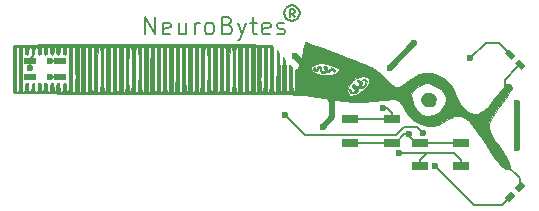
<source format=gbr>
G04 #@! TF.FileFunction,Copper,L1,Top,Signal*
%FSLAX46Y46*%
G04 Gerber Fmt 4.6, Leading zero omitted, Abs format (unit mm)*
G04 Created by KiCad (PCBNEW 4.0.5-e0-6337~49~ubuntu14.04.1) date Fri May  5 09:40:51 2017*
%MOMM*%
%LPD*%
G01*
G04 APERTURE LIST*
%ADD10C,0.100000*%
%ADD11C,0.140000*%
%ADD12C,0.210000*%
%ADD13C,0.010000*%
%ADD14R,1.000000X0.600000*%
%ADD15R,1.400000X0.700000*%
%ADD16C,0.600000*%
%ADD17C,0.200000*%
%ADD18C,0.500000*%
G04 APERTURE END LIST*
D10*
D11*
X189138095Y-91609524D02*
X188900000Y-91323810D01*
X188709524Y-91609524D02*
X188709524Y-90942857D01*
X188995238Y-90942857D01*
X189090476Y-90990476D01*
X189138095Y-91085714D01*
X189138095Y-91180952D01*
X189090476Y-91276190D01*
X188995238Y-91323810D01*
X188709524Y-91323810D01*
X188900000Y-90609524D02*
X188661905Y-90657143D01*
X188423809Y-90800000D01*
X188280952Y-91038095D01*
X188233333Y-91276190D01*
X188280952Y-91514286D01*
X188423809Y-91752381D01*
X188661905Y-91895238D01*
X188900000Y-91942857D01*
X189138095Y-91895238D01*
X189376190Y-91752381D01*
X189519047Y-91514286D01*
X189566667Y-91276190D01*
X189519047Y-91038095D01*
X189376190Y-90800000D01*
X189138095Y-90657143D01*
X188900000Y-90609524D01*
D12*
X176457143Y-93078571D02*
X176457143Y-91578571D01*
X177314286Y-93078571D01*
X177314286Y-91578571D01*
X178600000Y-93007143D02*
X178457143Y-93078571D01*
X178171429Y-93078571D01*
X178028572Y-93007143D01*
X177957143Y-92864286D01*
X177957143Y-92292857D01*
X178028572Y-92150000D01*
X178171429Y-92078571D01*
X178457143Y-92078571D01*
X178600000Y-92150000D01*
X178671429Y-92292857D01*
X178671429Y-92435714D01*
X177957143Y-92578571D01*
X179957143Y-92078571D02*
X179957143Y-93078571D01*
X179314286Y-92078571D02*
X179314286Y-92864286D01*
X179385714Y-93007143D01*
X179528572Y-93078571D01*
X179742857Y-93078571D01*
X179885714Y-93007143D01*
X179957143Y-92935714D01*
X180671429Y-93078571D02*
X180671429Y-92078571D01*
X180671429Y-92364286D02*
X180742857Y-92221429D01*
X180814286Y-92150000D01*
X180957143Y-92078571D01*
X181100000Y-92078571D01*
X181814286Y-93078571D02*
X181671428Y-93007143D01*
X181600000Y-92935714D01*
X181528571Y-92792857D01*
X181528571Y-92364286D01*
X181600000Y-92221429D01*
X181671428Y-92150000D01*
X181814286Y-92078571D01*
X182028571Y-92078571D01*
X182171428Y-92150000D01*
X182242857Y-92221429D01*
X182314286Y-92364286D01*
X182314286Y-92792857D01*
X182242857Y-92935714D01*
X182171428Y-93007143D01*
X182028571Y-93078571D01*
X181814286Y-93078571D01*
X183457143Y-92292857D02*
X183671429Y-92364286D01*
X183742857Y-92435714D01*
X183814286Y-92578571D01*
X183814286Y-92792857D01*
X183742857Y-92935714D01*
X183671429Y-93007143D01*
X183528571Y-93078571D01*
X182957143Y-93078571D01*
X182957143Y-91578571D01*
X183457143Y-91578571D01*
X183600000Y-91650000D01*
X183671429Y-91721429D01*
X183742857Y-91864286D01*
X183742857Y-92007143D01*
X183671429Y-92150000D01*
X183600000Y-92221429D01*
X183457143Y-92292857D01*
X182957143Y-92292857D01*
X184314286Y-92078571D02*
X184671429Y-93078571D01*
X185028571Y-92078571D02*
X184671429Y-93078571D01*
X184528571Y-93435714D01*
X184457143Y-93507143D01*
X184314286Y-93578571D01*
X185385714Y-92078571D02*
X185957143Y-92078571D01*
X185600000Y-91578571D02*
X185600000Y-92864286D01*
X185671428Y-93007143D01*
X185814286Y-93078571D01*
X185957143Y-93078571D01*
X187028571Y-93007143D02*
X186885714Y-93078571D01*
X186600000Y-93078571D01*
X186457143Y-93007143D01*
X186385714Y-92864286D01*
X186385714Y-92292857D01*
X186457143Y-92150000D01*
X186600000Y-92078571D01*
X186885714Y-92078571D01*
X187028571Y-92150000D01*
X187100000Y-92292857D01*
X187100000Y-92435714D01*
X186385714Y-92578571D01*
X187671428Y-93007143D02*
X187814285Y-93078571D01*
X188100000Y-93078571D01*
X188242857Y-93007143D01*
X188314285Y-92864286D01*
X188314285Y-92792857D01*
X188242857Y-92650000D01*
X188100000Y-92578571D01*
X187885714Y-92578571D01*
X187742857Y-92507143D01*
X187671428Y-92364286D01*
X187671428Y-92292857D01*
X187742857Y-92150000D01*
X187885714Y-92078571D01*
X188100000Y-92078571D01*
X188242857Y-92150000D01*
D13*
G36*
X190252355Y-93783769D02*
X190464040Y-93851718D01*
X190689496Y-93933929D01*
X191566119Y-94268448D01*
X192351029Y-94569219D01*
X193047826Y-94837672D01*
X193660112Y-95075239D01*
X194191490Y-95283352D01*
X194645559Y-95463441D01*
X195025923Y-95616938D01*
X195336181Y-95745274D01*
X195579936Y-95849881D01*
X195760790Y-95932189D01*
X195882343Y-95993631D01*
X195905524Y-96006864D01*
X196145881Y-96174622D01*
X196441999Y-96426330D01*
X196794161Y-96762232D01*
X196896124Y-96864591D01*
X197155943Y-97121409D01*
X197374853Y-97324668D01*
X197545011Y-97467509D01*
X197658575Y-97543073D01*
X197682103Y-97552029D01*
X197820306Y-97560949D01*
X197983276Y-97520464D01*
X198181685Y-97425135D01*
X198426204Y-97269525D01*
X198727503Y-97048195D01*
X198835600Y-96964214D01*
X199130142Y-96740073D01*
X199373674Y-96576634D01*
X199589560Y-96465380D01*
X199801163Y-96397796D01*
X200031845Y-96365363D01*
X200304969Y-96359566D01*
X200480481Y-96364596D01*
X200728965Y-96377428D01*
X200911656Y-96398576D01*
X201064359Y-96436304D01*
X201222881Y-96498880D01*
X201375600Y-96571233D01*
X201748005Y-96778912D01*
X202049739Y-97009727D01*
X202297803Y-97282773D01*
X202509195Y-97617145D01*
X202700917Y-98031938D01*
X202721340Y-98082800D01*
X202844653Y-98387479D01*
X202946205Y-98618519D01*
X203038539Y-98797913D01*
X203134201Y-98947654D01*
X203245733Y-99089736D01*
X203383557Y-99243860D01*
X203695204Y-99529771D01*
X204006933Y-99714118D01*
X204319115Y-99796935D01*
X204632122Y-99778258D01*
X204946323Y-99658123D01*
X205262092Y-99436564D01*
X205277217Y-99423446D01*
X205393895Y-99307113D01*
X205554871Y-99126691D01*
X205744837Y-98900368D01*
X205948483Y-98646332D01*
X206128316Y-98412349D01*
X206409344Y-98045586D01*
X206642039Y-97758058D01*
X206832655Y-97543310D01*
X206987447Y-97394888D01*
X207112669Y-97306337D01*
X207214578Y-97271203D01*
X207235272Y-97270000D01*
X207363383Y-97308925D01*
X207471335Y-97402765D01*
X207520987Y-97517116D01*
X207521284Y-97528000D01*
X207500474Y-97631886D01*
X207437552Y-97774932D01*
X207327748Y-97964767D01*
X207166296Y-98209023D01*
X206948428Y-98515331D01*
X206670098Y-98890362D01*
X206336725Y-99343334D01*
X206069523Y-99732260D01*
X205864998Y-100067051D01*
X205719657Y-100357619D01*
X205630008Y-100613875D01*
X205592557Y-100845729D01*
X205603811Y-101063092D01*
X205660279Y-101275876D01*
X205754899Y-101487186D01*
X205840235Y-101636523D01*
X205971330Y-101848364D01*
X206135100Y-102102387D01*
X206318466Y-102378268D01*
X206490638Y-102630186D01*
X206677155Y-102903196D01*
X206852932Y-103167813D01*
X207005797Y-103405155D01*
X207123579Y-103596344D01*
X207191687Y-103717621D01*
X207296110Y-103974730D01*
X207332789Y-104187908D01*
X207300887Y-104345910D01*
X207243525Y-104413297D01*
X207125234Y-104472585D01*
X207002681Y-104465730D01*
X206851896Y-104387996D01*
X206752012Y-104316192D01*
X206647145Y-104229732D01*
X206536963Y-104124283D01*
X206416692Y-103993222D01*
X206281558Y-103829929D01*
X206126786Y-103627782D01*
X205947601Y-103380162D01*
X205739231Y-103080445D01*
X205496900Y-102722013D01*
X205215835Y-102298242D01*
X204891260Y-101802513D01*
X204518402Y-101228205D01*
X204457627Y-101134273D01*
X204165476Y-100731179D01*
X203864017Y-100407557D01*
X203559784Y-100168470D01*
X203259307Y-100018977D01*
X202969119Y-99964138D01*
X202947061Y-99963988D01*
X202856496Y-99967727D01*
X202767730Y-99981628D01*
X202666617Y-100011755D01*
X202539013Y-100064170D01*
X202370776Y-100144935D01*
X202147761Y-100260113D01*
X201855825Y-100415766D01*
X201710288Y-100494113D01*
X201468615Y-100622002D01*
X201288442Y-100708420D01*
X201143140Y-100762449D01*
X201006081Y-100793176D01*
X200850638Y-100809683D01*
X200770488Y-100814730D01*
X200314281Y-100798185D01*
X199863921Y-100693209D01*
X199401704Y-100495606D01*
X199382998Y-100485862D01*
X199052790Y-100275009D01*
X198780965Y-100012514D01*
X198548627Y-99678328D01*
X198450572Y-99496529D01*
X198276150Y-99169003D01*
X198122699Y-98926160D01*
X197980969Y-98755677D01*
X197841712Y-98645237D01*
X197791167Y-98618165D01*
X197719958Y-98587182D01*
X197648246Y-98567153D01*
X197559206Y-98558458D01*
X197436009Y-98561477D01*
X197261827Y-98576590D01*
X197019833Y-98604177D01*
X196709378Y-98642589D01*
X195808974Y-98736899D01*
X194968881Y-98783631D01*
X194159382Y-98782294D01*
X193350758Y-98732399D01*
X192513292Y-98633455D01*
X192079200Y-98566223D01*
X191580963Y-98486139D01*
X191066582Y-98408684D01*
X190512400Y-98330476D01*
X189894764Y-98248134D01*
X189488400Y-98195912D01*
X189409201Y-98186924D01*
X189315718Y-98178587D01*
X189203963Y-98170867D01*
X189069947Y-98163734D01*
X188909682Y-98157155D01*
X188719179Y-98151099D01*
X188494449Y-98145534D01*
X188231505Y-98140428D01*
X187926357Y-98135750D01*
X187575018Y-98131467D01*
X187173498Y-98127548D01*
X186717809Y-98123961D01*
X186203962Y-98120675D01*
X185627970Y-98117658D01*
X184985843Y-98114877D01*
X184273594Y-98112302D01*
X183487232Y-98109900D01*
X182622771Y-98107640D01*
X181676221Y-98105489D01*
X180643595Y-98103417D01*
X179520902Y-98101391D01*
X178304156Y-98099380D01*
X177136318Y-98097573D01*
X175844256Y-98095584D01*
X174649961Y-98093645D01*
X173549598Y-98091722D01*
X172539334Y-98089783D01*
X171615335Y-98087795D01*
X170773767Y-98085726D01*
X170010797Y-98083544D01*
X169322590Y-98081214D01*
X168705313Y-98078706D01*
X168155132Y-98075986D01*
X167668214Y-98073022D01*
X167240724Y-98069781D01*
X166868829Y-98066230D01*
X166548696Y-98062337D01*
X166276490Y-98058069D01*
X166048377Y-98053394D01*
X165860524Y-98048279D01*
X165709098Y-98042692D01*
X165590264Y-98036599D01*
X165500188Y-98029969D01*
X165435037Y-98022768D01*
X165390978Y-98014964D01*
X165364175Y-98006524D01*
X165350797Y-97997416D01*
X165350718Y-97997321D01*
X165332458Y-97956782D01*
X165317565Y-97877651D01*
X165305741Y-97751187D01*
X165296689Y-97568649D01*
X165290109Y-97321296D01*
X165285704Y-97000388D01*
X165284383Y-96789667D01*
X165519476Y-96789667D01*
X165519923Y-97138531D01*
X165521696Y-97432603D01*
X165524728Y-97660011D01*
X165528947Y-97808886D01*
X165533950Y-97866656D01*
X165599508Y-97924718D01*
X165698110Y-97910503D01*
X165754640Y-97869439D01*
X165769036Y-97805757D01*
X165781678Y-97654673D01*
X165792505Y-97430372D01*
X165801454Y-97147038D01*
X165808464Y-96818855D01*
X165813474Y-96460008D01*
X165816422Y-96084681D01*
X165817247Y-95707058D01*
X165816924Y-95620050D01*
X166016890Y-95620050D01*
X166017331Y-95996311D01*
X166019952Y-96373610D01*
X166024684Y-96737759D01*
X166031462Y-97074566D01*
X166040217Y-97369843D01*
X166050882Y-97609400D01*
X166063391Y-97779048D01*
X166077675Y-97864596D01*
X166081242Y-97870922D01*
X166176937Y-97932641D01*
X166246973Y-97899207D01*
X166292338Y-97769300D01*
X166313221Y-97561574D01*
X166323563Y-97379914D01*
X166340641Y-97277337D01*
X166373629Y-97231353D01*
X166431704Y-97219476D01*
X166452921Y-97219200D01*
X166519835Y-97225244D01*
X166557175Y-97258633D01*
X166573540Y-97342249D01*
X166577529Y-97498977D01*
X166577600Y-97550994D01*
X166583349Y-97741453D01*
X166603950Y-97852689D01*
X166644431Y-97906601D01*
X166661146Y-97914848D01*
X166757611Y-97907547D01*
X166830495Y-97812293D01*
X166873477Y-97641254D01*
X166882400Y-97488890D01*
X166887135Y-97330867D01*
X166907474Y-97249829D01*
X166952612Y-97221363D01*
X166984000Y-97219200D01*
X167041206Y-97230549D01*
X167071859Y-97280222D01*
X167083932Y-97391654D01*
X167085600Y-97517779D01*
X167104944Y-97743393D01*
X167161925Y-97879968D01*
X167254965Y-97924772D01*
X167313553Y-97912277D01*
X167358245Y-97866153D01*
X167382511Y-97758375D01*
X167390361Y-97570083D01*
X167390400Y-97550994D01*
X167392671Y-97372921D01*
X167405217Y-97273552D01*
X167436638Y-97230002D01*
X167495532Y-97219388D01*
X167515078Y-97219200D01*
X167581477Y-97225701D01*
X167620341Y-97260188D01*
X167640826Y-97345130D01*
X167652086Y-97503001D01*
X167654778Y-97562100D01*
X167666099Y-97745443D01*
X167684834Y-97849098D01*
X167718436Y-97894975D01*
X167771400Y-97905000D01*
X167826210Y-97893900D01*
X167859021Y-97845994D01*
X167877285Y-97739370D01*
X167888021Y-97562100D01*
X167898350Y-97380269D01*
X167915389Y-97277538D01*
X167948294Y-97231433D01*
X168006220Y-97219485D01*
X168027721Y-97219200D01*
X168097384Y-97226141D01*
X168134684Y-97263010D01*
X168149673Y-97353877D01*
X168152400Y-97517779D01*
X168171744Y-97743393D01*
X168228725Y-97879968D01*
X168321765Y-97924772D01*
X168380353Y-97912277D01*
X168425045Y-97866153D01*
X168449311Y-97758375D01*
X168457161Y-97570083D01*
X168457200Y-97550994D01*
X168459471Y-97372921D01*
X168472017Y-97273552D01*
X168503438Y-97230002D01*
X168562332Y-97219388D01*
X168581878Y-97219200D01*
X168648277Y-97225701D01*
X168687141Y-97260188D01*
X168707626Y-97345130D01*
X168718886Y-97503001D01*
X168721578Y-97562100D01*
X168732899Y-97745443D01*
X168751634Y-97849098D01*
X168785236Y-97894975D01*
X168838200Y-97905000D01*
X168893010Y-97893900D01*
X168925821Y-97845994D01*
X168944085Y-97739370D01*
X168954821Y-97562100D01*
X168965150Y-97380269D01*
X168982189Y-97277538D01*
X169015094Y-97231433D01*
X169073020Y-97219485D01*
X169094521Y-97219200D01*
X169164790Y-97226389D01*
X169202166Y-97264167D01*
X169217093Y-97356854D01*
X169219977Y-97511300D01*
X169231323Y-97732199D01*
X169267424Y-97865157D01*
X169333525Y-97921938D01*
X169403087Y-97922173D01*
X169455703Y-97896744D01*
X169487577Y-97830359D01*
X169505613Y-97700502D01*
X169513621Y-97561574D01*
X169524042Y-97379840D01*
X169541243Y-97277216D01*
X169574236Y-97231238D01*
X169632036Y-97219441D01*
X169651000Y-97219200D01*
X169716208Y-97226037D01*
X169754437Y-97261516D01*
X169774679Y-97348085D01*
X169785928Y-97508192D01*
X169788378Y-97562100D01*
X169799699Y-97745443D01*
X169818434Y-97849098D01*
X169852036Y-97894975D01*
X169905000Y-97905000D01*
X169931216Y-97902327D01*
X169952575Y-97887907D01*
X169969662Y-97852134D01*
X169983058Y-97785404D01*
X169993348Y-97678114D01*
X170001114Y-97520657D01*
X170006940Y-97303431D01*
X170011409Y-97016829D01*
X170013710Y-96789145D01*
X170294676Y-96789145D01*
X170295122Y-97138095D01*
X170296895Y-97432258D01*
X170299924Y-97659765D01*
X170304142Y-97808750D01*
X170309150Y-97866656D01*
X170373946Y-97926693D01*
X170467018Y-97922224D01*
X170545854Y-97861617D01*
X170565903Y-97816100D01*
X170572028Y-97739753D01*
X170576883Y-97574313D01*
X170580378Y-97332283D01*
X170582421Y-97026161D01*
X170582923Y-96668449D01*
X170581794Y-96271648D01*
X170579982Y-95988000D01*
X170844800Y-95988000D01*
X170845733Y-96414884D01*
X170848392Y-96809553D01*
X170852561Y-97160525D01*
X170858026Y-97456320D01*
X170864574Y-97685457D01*
X170871990Y-97836455D01*
X170880061Y-97897832D01*
X170880422Y-97898289D01*
X170956133Y-97921762D01*
X170994722Y-97918760D01*
X171015285Y-97905333D01*
X171031979Y-97867490D01*
X171045195Y-97795810D01*
X171055326Y-97680874D01*
X171062763Y-97513265D01*
X171067895Y-97283562D01*
X171071116Y-96982347D01*
X171071975Y-96789145D01*
X171361476Y-96789145D01*
X171361922Y-97138095D01*
X171363695Y-97432258D01*
X171366724Y-97659765D01*
X171370942Y-97808750D01*
X171375950Y-97866656D01*
X171441010Y-97924454D01*
X171537006Y-97911900D01*
X171601228Y-97860912D01*
X171617763Y-97805241D01*
X171630621Y-97678989D01*
X171639931Y-97476738D01*
X171645819Y-97193069D01*
X171648412Y-96822562D01*
X171647837Y-96359799D01*
X171645662Y-95988000D01*
X171911600Y-95988000D01*
X171912533Y-96414884D01*
X171915192Y-96809553D01*
X171919361Y-97160525D01*
X171924826Y-97456320D01*
X171931374Y-97685457D01*
X171938790Y-97836455D01*
X171946861Y-97897832D01*
X171947222Y-97898289D01*
X172022933Y-97921762D01*
X172061522Y-97918760D01*
X172082085Y-97905333D01*
X172098779Y-97867490D01*
X172111995Y-97795810D01*
X172122126Y-97680874D01*
X172129563Y-97513265D01*
X172134695Y-97283562D01*
X172137916Y-96982347D01*
X172138773Y-96789667D01*
X172428276Y-96789667D01*
X172428723Y-97138531D01*
X172430496Y-97432603D01*
X172433528Y-97660011D01*
X172437747Y-97808886D01*
X172442750Y-97866656D01*
X172508308Y-97924718D01*
X172606910Y-97910503D01*
X172663440Y-97869439D01*
X172677836Y-97805757D01*
X172690478Y-97654673D01*
X172701305Y-97430372D01*
X172710254Y-97147038D01*
X172717264Y-96818855D01*
X172722274Y-96460008D01*
X172725222Y-96084681D01*
X172725944Y-95754034D01*
X172926669Y-95754034D01*
X172928277Y-96130358D01*
X172931714Y-96502784D01*
X172936893Y-96856708D01*
X172943727Y-97177527D01*
X172952128Y-97450637D01*
X172962010Y-97661434D01*
X172973285Y-97795314D01*
X172981827Y-97835204D01*
X173057981Y-97908898D01*
X173121527Y-97920069D01*
X173143744Y-97909042D01*
X173161767Y-97878980D01*
X173176031Y-97820283D01*
X173186968Y-97723349D01*
X173195010Y-97578577D01*
X173200592Y-97376367D01*
X173204145Y-97107116D01*
X173205941Y-96789667D01*
X173495076Y-96789667D01*
X173495523Y-97138531D01*
X173497296Y-97432603D01*
X173500328Y-97660011D01*
X173504547Y-97808886D01*
X173509550Y-97866656D01*
X173575108Y-97924718D01*
X173673710Y-97910503D01*
X173730240Y-97869439D01*
X173744636Y-97805757D01*
X173757278Y-97654673D01*
X173768105Y-97430372D01*
X173777054Y-97147038D01*
X173784064Y-96818855D01*
X173789074Y-96460008D01*
X173792022Y-96084681D01*
X173792145Y-96027940D01*
X173995177Y-96027940D01*
X173995414Y-96521365D01*
X173997257Y-96922464D01*
X174001693Y-97240507D01*
X174009710Y-97484765D01*
X174022296Y-97664509D01*
X174040438Y-97789010D01*
X174065123Y-97867539D01*
X174097339Y-97909368D01*
X174138073Y-97923767D01*
X174188313Y-97920007D01*
X174196542Y-97918486D01*
X174216770Y-97904426D01*
X174233195Y-97864574D01*
X174246199Y-97789567D01*
X174256166Y-97670042D01*
X174263476Y-97496636D01*
X174268512Y-97259986D01*
X174271656Y-96950728D01*
X174272328Y-96789667D01*
X174561876Y-96789667D01*
X174562323Y-97138531D01*
X174564096Y-97432603D01*
X174567128Y-97660011D01*
X174571347Y-97808886D01*
X174576350Y-97866656D01*
X174641908Y-97924718D01*
X174740510Y-97910503D01*
X174797040Y-97869439D01*
X174811436Y-97805757D01*
X174824078Y-97654673D01*
X174834905Y-97430372D01*
X174843854Y-97147038D01*
X174850864Y-96818855D01*
X174855874Y-96460008D01*
X174858822Y-96084681D01*
X174858945Y-96027940D01*
X175061977Y-96027940D01*
X175062214Y-96521365D01*
X175064057Y-96922464D01*
X175068493Y-97240507D01*
X175076510Y-97484765D01*
X175089096Y-97664509D01*
X175107238Y-97789010D01*
X175131923Y-97867539D01*
X175164139Y-97909368D01*
X175204873Y-97923767D01*
X175255113Y-97920007D01*
X175263342Y-97918486D01*
X175283570Y-97904426D01*
X175299995Y-97864574D01*
X175312999Y-97789567D01*
X175322966Y-97670042D01*
X175330276Y-97496636D01*
X175335312Y-97259986D01*
X175338456Y-96950728D01*
X175339128Y-96789667D01*
X175628676Y-96789667D01*
X175629123Y-97138531D01*
X175630896Y-97432603D01*
X175633928Y-97660011D01*
X175638147Y-97808886D01*
X175643150Y-97866656D01*
X175706247Y-97925309D01*
X175795671Y-97911257D01*
X175872212Y-97832139D01*
X175885112Y-97758310D01*
X175896236Y-97597937D01*
X175905553Y-97365462D01*
X175913034Y-97075325D01*
X175918648Y-96741967D01*
X175922365Y-96379829D01*
X175924039Y-96027940D01*
X176128777Y-96027940D01*
X176129014Y-96521365D01*
X176130857Y-96922464D01*
X176135293Y-97240507D01*
X176143310Y-97484765D01*
X176155896Y-97664509D01*
X176174038Y-97789010D01*
X176198723Y-97867539D01*
X176230939Y-97909368D01*
X176271673Y-97923767D01*
X176321913Y-97920007D01*
X176330142Y-97918486D01*
X176350370Y-97904426D01*
X176366795Y-97864574D01*
X176379799Y-97789567D01*
X176389766Y-97670042D01*
X176397076Y-97496636D01*
X176402112Y-97259986D01*
X176405256Y-96950728D01*
X176405928Y-96789705D01*
X176695626Y-96789705D01*
X176696245Y-97139158D01*
X176698246Y-97433930D01*
X176701549Y-97662121D01*
X176706075Y-97811833D01*
X176711391Y-97870410D01*
X176775522Y-97919605D01*
X176826346Y-97920770D01*
X176849410Y-97910512D01*
X176868271Y-97883086D01*
X176883442Y-97828888D01*
X176895438Y-97738312D01*
X176904772Y-97601752D01*
X176911960Y-97409604D01*
X176917515Y-97152263D01*
X176921151Y-96880017D01*
X177202718Y-96880017D01*
X177204915Y-97206135D01*
X177211117Y-97458025D01*
X177222196Y-97644808D01*
X177239024Y-97775604D01*
X177262472Y-97859533D01*
X177293413Y-97905718D01*
X177332719Y-97923278D01*
X177381262Y-97921334D01*
X177393328Y-97919183D01*
X177414419Y-97906634D01*
X177431536Y-97871601D01*
X177445087Y-97804591D01*
X177455475Y-97696111D01*
X177463106Y-97536669D01*
X177468385Y-97316774D01*
X177471718Y-97026931D01*
X177472868Y-96789705D01*
X177762426Y-96789705D01*
X177763045Y-97139158D01*
X177765046Y-97433930D01*
X177768349Y-97662121D01*
X177772875Y-97811833D01*
X177778191Y-97870410D01*
X177842322Y-97919605D01*
X177893146Y-97920770D01*
X177916210Y-97910512D01*
X177935071Y-97883086D01*
X177950242Y-97828888D01*
X177962238Y-97738312D01*
X177971572Y-97601752D01*
X177978760Y-97409604D01*
X177984315Y-97152263D01*
X177988751Y-96820122D01*
X177989535Y-96734800D01*
X178269537Y-96734800D01*
X178270420Y-97084834D01*
X178272860Y-97381184D01*
X178276761Y-97611319D01*
X178282029Y-97762709D01*
X178287324Y-97819397D01*
X178338347Y-97909267D01*
X178428495Y-97920997D01*
X178541000Y-97905000D01*
X178541000Y-94145800D01*
X178287000Y-94145800D01*
X178272828Y-95923800D01*
X178270308Y-96343612D01*
X178269537Y-96734800D01*
X177989535Y-96734800D01*
X177992583Y-96403578D01*
X177995521Y-96008401D01*
X178008792Y-94120400D01*
X178820400Y-94120400D01*
X178820400Y-95991533D01*
X178821335Y-96418005D01*
X178823998Y-96812253D01*
X178828174Y-97162786D01*
X178833649Y-97458111D01*
X178840207Y-97686736D01*
X178847635Y-97837167D01*
X178855716Y-97897914D01*
X178856022Y-97898289D01*
X178931735Y-97921769D01*
X178970322Y-97918772D01*
X178990906Y-97905057D01*
X179007825Y-97866357D01*
X179021532Y-97793307D01*
X179032479Y-97676544D01*
X179041118Y-97506706D01*
X179047899Y-97274429D01*
X179053276Y-96970350D01*
X179055356Y-96789145D01*
X179337076Y-96789145D01*
X179337522Y-97138095D01*
X179339295Y-97432258D01*
X179342324Y-97659765D01*
X179346542Y-97808750D01*
X179351550Y-97866656D01*
X179416346Y-97926693D01*
X179509418Y-97922224D01*
X179588254Y-97861617D01*
X179608303Y-97816100D01*
X179614428Y-97739753D01*
X179619283Y-97574313D01*
X179622778Y-97332283D01*
X179624821Y-97026161D01*
X179625323Y-96668449D01*
X179624194Y-96271648D01*
X179622382Y-95988000D01*
X179887200Y-95988000D01*
X179888133Y-96414884D01*
X179890792Y-96809553D01*
X179894961Y-97160525D01*
X179900426Y-97456320D01*
X179906974Y-97685457D01*
X179914390Y-97836455D01*
X179922461Y-97897832D01*
X179922822Y-97898289D01*
X179998533Y-97921762D01*
X180037122Y-97918760D01*
X180057685Y-97905333D01*
X180074379Y-97867490D01*
X180087595Y-97795810D01*
X180097726Y-97680874D01*
X180105163Y-97513265D01*
X180110295Y-97283562D01*
X180113516Y-96982347D01*
X180114375Y-96789145D01*
X180403876Y-96789145D01*
X180404322Y-97138095D01*
X180406095Y-97432258D01*
X180409124Y-97659765D01*
X180413342Y-97808750D01*
X180418350Y-97866656D01*
X180483410Y-97924454D01*
X180579406Y-97911900D01*
X180643628Y-97860912D01*
X180660163Y-97805241D01*
X180673021Y-97678989D01*
X180682331Y-97476738D01*
X180688219Y-97193069D01*
X180690812Y-96822562D01*
X180690237Y-96359799D01*
X180688062Y-95988000D01*
X180954000Y-95988000D01*
X180954933Y-96414884D01*
X180957592Y-96809553D01*
X180961761Y-97160525D01*
X180967226Y-97456320D01*
X180973774Y-97685457D01*
X180981190Y-97836455D01*
X180989261Y-97897832D01*
X180989622Y-97898289D01*
X181065333Y-97921762D01*
X181103922Y-97918760D01*
X181124485Y-97905333D01*
X181141179Y-97867490D01*
X181154395Y-97795810D01*
X181164526Y-97680874D01*
X181171963Y-97513265D01*
X181177095Y-97283562D01*
X181180316Y-96982347D01*
X181181173Y-96789667D01*
X181470676Y-96789667D01*
X181471123Y-97138531D01*
X181472896Y-97432603D01*
X181475928Y-97660011D01*
X181480147Y-97808886D01*
X181485150Y-97866656D01*
X181550708Y-97924718D01*
X181649310Y-97910503D01*
X181705840Y-97869439D01*
X181720236Y-97805757D01*
X181732878Y-97654673D01*
X181743705Y-97430372D01*
X181752654Y-97147038D01*
X181759664Y-96818855D01*
X181764674Y-96460008D01*
X181767622Y-96084681D01*
X181768344Y-95754034D01*
X181969069Y-95754034D01*
X181970677Y-96130358D01*
X181974114Y-96502784D01*
X181979293Y-96856708D01*
X181986127Y-97177527D01*
X181994528Y-97450637D01*
X182004410Y-97661434D01*
X182015685Y-97795314D01*
X182024227Y-97835204D01*
X182100381Y-97908898D01*
X182163927Y-97920069D01*
X182186144Y-97909042D01*
X182204167Y-97878980D01*
X182218431Y-97820283D01*
X182229368Y-97723349D01*
X182237410Y-97578577D01*
X182242992Y-97376367D01*
X182246545Y-97107116D01*
X182248341Y-96789667D01*
X182537476Y-96789667D01*
X182537923Y-97138531D01*
X182539696Y-97432603D01*
X182542728Y-97660011D01*
X182546947Y-97808886D01*
X182551950Y-97866656D01*
X182617508Y-97924718D01*
X182716110Y-97910503D01*
X182772640Y-97869439D01*
X182787036Y-97805757D01*
X182799678Y-97654673D01*
X182810505Y-97430372D01*
X182819454Y-97147038D01*
X182826464Y-96818855D01*
X182831474Y-96460008D01*
X182834422Y-96084681D01*
X182834545Y-96027940D01*
X183037577Y-96027940D01*
X183037814Y-96521365D01*
X183039657Y-96922464D01*
X183044093Y-97240507D01*
X183052110Y-97484765D01*
X183064696Y-97664509D01*
X183082838Y-97789010D01*
X183107523Y-97867539D01*
X183139739Y-97909368D01*
X183180473Y-97923767D01*
X183230713Y-97920007D01*
X183238942Y-97918486D01*
X183259170Y-97904426D01*
X183275595Y-97864574D01*
X183288599Y-97789567D01*
X183298566Y-97670042D01*
X183305876Y-97496636D01*
X183310912Y-97259986D01*
X183314056Y-96950728D01*
X183314728Y-96789667D01*
X183604276Y-96789667D01*
X183604723Y-97138531D01*
X183606496Y-97432603D01*
X183609528Y-97660011D01*
X183613747Y-97808886D01*
X183618750Y-97866656D01*
X183684308Y-97924718D01*
X183782910Y-97910503D01*
X183839440Y-97869439D01*
X183853836Y-97805757D01*
X183866478Y-97654673D01*
X183877305Y-97430372D01*
X183886254Y-97147038D01*
X183893264Y-96818855D01*
X183898274Y-96460008D01*
X183901222Y-96084681D01*
X183901345Y-96027940D01*
X184104377Y-96027940D01*
X184104614Y-96521365D01*
X184106457Y-96922464D01*
X184110893Y-97240507D01*
X184118910Y-97484765D01*
X184131496Y-97664509D01*
X184149638Y-97789010D01*
X184174323Y-97867539D01*
X184206539Y-97909368D01*
X184247273Y-97923767D01*
X184297513Y-97920007D01*
X184305742Y-97918486D01*
X184325970Y-97904426D01*
X184342395Y-97864574D01*
X184355399Y-97789567D01*
X184365366Y-97670042D01*
X184372676Y-97496636D01*
X184377712Y-97259986D01*
X184380856Y-96950728D01*
X184381528Y-96789667D01*
X184671076Y-96789667D01*
X184671523Y-97138531D01*
X184673296Y-97432603D01*
X184676328Y-97660011D01*
X184680547Y-97808886D01*
X184685550Y-97866656D01*
X184748647Y-97925309D01*
X184838071Y-97911257D01*
X184914612Y-97832139D01*
X184927512Y-97758310D01*
X184938636Y-97597937D01*
X184947953Y-97365462D01*
X184955434Y-97075325D01*
X184961048Y-96741967D01*
X184964765Y-96379829D01*
X184966439Y-96027940D01*
X185171177Y-96027940D01*
X185171414Y-96521365D01*
X185173257Y-96922464D01*
X185177693Y-97240507D01*
X185185710Y-97484765D01*
X185198296Y-97664509D01*
X185216438Y-97789010D01*
X185241123Y-97867539D01*
X185273339Y-97909368D01*
X185314073Y-97923767D01*
X185364313Y-97920007D01*
X185372542Y-97918486D01*
X185392770Y-97904426D01*
X185409195Y-97864574D01*
X185422199Y-97789567D01*
X185432166Y-97670042D01*
X185439476Y-97496636D01*
X185444512Y-97259986D01*
X185447656Y-96950728D01*
X185448328Y-96789705D01*
X185738026Y-96789705D01*
X185738645Y-97139158D01*
X185740646Y-97433930D01*
X185743949Y-97662121D01*
X185748475Y-97811833D01*
X185753791Y-97870410D01*
X185817922Y-97919605D01*
X185868746Y-97920770D01*
X185891810Y-97910512D01*
X185910671Y-97883086D01*
X185925842Y-97828888D01*
X185937838Y-97738312D01*
X185947172Y-97601752D01*
X185954360Y-97409604D01*
X185959915Y-97152263D01*
X185963551Y-96880017D01*
X186245118Y-96880017D01*
X186247315Y-97206135D01*
X186253517Y-97458025D01*
X186264596Y-97644808D01*
X186281424Y-97775604D01*
X186304872Y-97859533D01*
X186335813Y-97905718D01*
X186375119Y-97923278D01*
X186423662Y-97921334D01*
X186435728Y-97919183D01*
X186456819Y-97906634D01*
X186473936Y-97871601D01*
X186487487Y-97804591D01*
X186497875Y-97696111D01*
X186505506Y-97536669D01*
X186510785Y-97316774D01*
X186514118Y-97026931D01*
X186515268Y-96789705D01*
X186804826Y-96789705D01*
X186805445Y-97139158D01*
X186807446Y-97433930D01*
X186810749Y-97662121D01*
X186815275Y-97811833D01*
X186820591Y-97870410D01*
X186884722Y-97919605D01*
X186935546Y-97920770D01*
X186958610Y-97910512D01*
X186977471Y-97883086D01*
X186992642Y-97828888D01*
X187004638Y-97738312D01*
X187013972Y-97601752D01*
X187021160Y-97409604D01*
X187026715Y-97152263D01*
X187031151Y-96820122D01*
X187034983Y-96403578D01*
X187037921Y-96008401D01*
X187051243Y-94113170D01*
X186936321Y-94129485D01*
X186821400Y-94145800D01*
X186808044Y-95974356D01*
X186805666Y-96397471D01*
X186804826Y-96789705D01*
X186515268Y-96789705D01*
X186515909Y-96657650D01*
X186516564Y-96199438D01*
X186516600Y-96024704D01*
X186516600Y-94145800D01*
X186262600Y-94145800D01*
X186249251Y-95968612D01*
X186246054Y-96470550D01*
X186245118Y-96880017D01*
X185963551Y-96880017D01*
X185964351Y-96820122D01*
X185968183Y-96403578D01*
X185971121Y-96008401D01*
X185984443Y-94113170D01*
X185869521Y-94129485D01*
X185754600Y-94145800D01*
X185741244Y-95974356D01*
X185738866Y-96397471D01*
X185738026Y-96789705D01*
X185448328Y-96789705D01*
X185449290Y-96559498D01*
X185449796Y-96076935D01*
X185449800Y-96025400D01*
X185449597Y-95538911D01*
X185448664Y-95144304D01*
X185446510Y-94831863D01*
X185442647Y-94591871D01*
X185436584Y-94414609D01*
X185427834Y-94290362D01*
X185415905Y-94209411D01*
X185400309Y-94162040D01*
X185380557Y-94138532D01*
X185356159Y-94129169D01*
X185354287Y-94128797D01*
X185254067Y-94144825D01*
X185215365Y-94178901D01*
X185205211Y-94244188D01*
X185195856Y-94398989D01*
X185187589Y-94631220D01*
X185180699Y-94928798D01*
X185175475Y-95279637D01*
X185172205Y-95671654D01*
X185171177Y-96027940D01*
X184966439Y-96027940D01*
X184966556Y-96003351D01*
X184966389Y-95626975D01*
X184964235Y-95265140D01*
X184960064Y-94932289D01*
X184953845Y-94642860D01*
X184945549Y-94411296D01*
X184935145Y-94252036D01*
X184922604Y-94179522D01*
X184922234Y-94178901D01*
X184841848Y-94129786D01*
X184783312Y-94128784D01*
X184758233Y-94137833D01*
X184737847Y-94160913D01*
X184721574Y-94207872D01*
X184708832Y-94288557D01*
X184699041Y-94412816D01*
X184691620Y-94590494D01*
X184685989Y-94831439D01*
X184681567Y-95145499D01*
X184677773Y-95542521D01*
X184674444Y-95975039D01*
X184672027Y-96397879D01*
X184671076Y-96789667D01*
X184381528Y-96789667D01*
X184382490Y-96559498D01*
X184382996Y-96076935D01*
X184383000Y-96025400D01*
X184382797Y-95538911D01*
X184381864Y-95144304D01*
X184379710Y-94831863D01*
X184375847Y-94591871D01*
X184369784Y-94414609D01*
X184361034Y-94290362D01*
X184349105Y-94209411D01*
X184333509Y-94162040D01*
X184313757Y-94138532D01*
X184289359Y-94129169D01*
X184287487Y-94128797D01*
X184187267Y-94144825D01*
X184148565Y-94178901D01*
X184138411Y-94244188D01*
X184129056Y-94398989D01*
X184120789Y-94631220D01*
X184113899Y-94928798D01*
X184108675Y-95279637D01*
X184105405Y-95671654D01*
X184104377Y-96027940D01*
X183901345Y-96027940D01*
X183902047Y-95707058D01*
X183900688Y-95341323D01*
X183897082Y-95001661D01*
X183891168Y-94702256D01*
X183882886Y-94457293D01*
X183872172Y-94280955D01*
X183858967Y-94187427D01*
X183855434Y-94178901D01*
X183775048Y-94129786D01*
X183716512Y-94128784D01*
X183691433Y-94137833D01*
X183671047Y-94160913D01*
X183654774Y-94207872D01*
X183642032Y-94288557D01*
X183632241Y-94412816D01*
X183624820Y-94590494D01*
X183619189Y-94831439D01*
X183614767Y-95145499D01*
X183610973Y-95542521D01*
X183607644Y-95975039D01*
X183605227Y-96397879D01*
X183604276Y-96789667D01*
X183314728Y-96789667D01*
X183315690Y-96559498D01*
X183316196Y-96076935D01*
X183316200Y-96025400D01*
X183315997Y-95538911D01*
X183315064Y-95144304D01*
X183312910Y-94831863D01*
X183309047Y-94591871D01*
X183302984Y-94414609D01*
X183294234Y-94290362D01*
X183282305Y-94209411D01*
X183266709Y-94162040D01*
X183246957Y-94138532D01*
X183222559Y-94129169D01*
X183220687Y-94128797D01*
X183120467Y-94144825D01*
X183081765Y-94178901D01*
X183071611Y-94244188D01*
X183062256Y-94398989D01*
X183053989Y-94631220D01*
X183047099Y-94928798D01*
X183041875Y-95279637D01*
X183038605Y-95671654D01*
X183037577Y-96027940D01*
X182834545Y-96027940D01*
X182835247Y-95707058D01*
X182833888Y-95341323D01*
X182830282Y-95001661D01*
X182824368Y-94702256D01*
X182816086Y-94457293D01*
X182805372Y-94280955D01*
X182792167Y-94187427D01*
X182788634Y-94178901D01*
X182708248Y-94129786D01*
X182649712Y-94128784D01*
X182624633Y-94137833D01*
X182604247Y-94160913D01*
X182587974Y-94207872D01*
X182575232Y-94288557D01*
X182565441Y-94412816D01*
X182558020Y-94590494D01*
X182552389Y-94831439D01*
X182547967Y-95145499D01*
X182544173Y-95542521D01*
X182540844Y-95975039D01*
X182538427Y-96397879D01*
X182537476Y-96789667D01*
X182248341Y-96789667D01*
X182248503Y-96761224D01*
X182249300Y-96329090D01*
X182249400Y-96024704D01*
X182249302Y-95538766D01*
X182248642Y-95144704D01*
X182246865Y-94832794D01*
X182243420Y-94593311D01*
X182237753Y-94416530D01*
X182229313Y-94292728D01*
X182217545Y-94212181D01*
X182201897Y-94165164D01*
X182181817Y-94141952D01*
X182156751Y-94132822D01*
X182141721Y-94130434D01*
X182045729Y-94150937D01*
X182002715Y-94232034D01*
X181991518Y-94325070D01*
X181982672Y-94501830D01*
X181976092Y-94747710D01*
X181971689Y-95048106D01*
X181969378Y-95388415D01*
X181969069Y-95754034D01*
X181768344Y-95754034D01*
X181768447Y-95707058D01*
X181767088Y-95341323D01*
X181763482Y-95001661D01*
X181757568Y-94702256D01*
X181749286Y-94457293D01*
X181738572Y-94280955D01*
X181725367Y-94187427D01*
X181721834Y-94178901D01*
X181641448Y-94129786D01*
X181582912Y-94128784D01*
X181557833Y-94137833D01*
X181537447Y-94160913D01*
X181521174Y-94207872D01*
X181508432Y-94288557D01*
X181498641Y-94412816D01*
X181491220Y-94590494D01*
X181485589Y-94831439D01*
X181481167Y-95145499D01*
X181477373Y-95542521D01*
X181474044Y-95975039D01*
X181471627Y-96397879D01*
X181470676Y-96789667D01*
X181181173Y-96789667D01*
X181182016Y-96600200D01*
X181182587Y-96127704D01*
X181182600Y-96024704D01*
X181182600Y-94145800D01*
X181068300Y-94129566D01*
X180954000Y-94113333D01*
X180954000Y-95988000D01*
X180688062Y-95988000D01*
X180687948Y-95968612D01*
X180674600Y-94145800D01*
X180420600Y-94145800D01*
X180407244Y-95974356D01*
X180404827Y-96397276D01*
X180403876Y-96789145D01*
X180114375Y-96789145D01*
X180115216Y-96600200D01*
X180115787Y-96127704D01*
X180115800Y-96024704D01*
X180115800Y-94145800D01*
X180001500Y-94129566D01*
X179887200Y-94113333D01*
X179887200Y-95988000D01*
X179622382Y-95988000D01*
X179621971Y-95923800D01*
X179607800Y-94145800D01*
X179353800Y-94145800D01*
X179340444Y-95974356D01*
X179338027Y-96397276D01*
X179337076Y-96789145D01*
X179055356Y-96789145D01*
X179057699Y-96585105D01*
X179061621Y-96109333D01*
X179062318Y-96012016D01*
X179075636Y-94120400D01*
X178820400Y-94120400D01*
X178008792Y-94120400D01*
X178008843Y-94113170D01*
X177893921Y-94129485D01*
X177779000Y-94145800D01*
X177765644Y-95974356D01*
X177763266Y-96397471D01*
X177762426Y-96789705D01*
X177472868Y-96789705D01*
X177473509Y-96657650D01*
X177474164Y-96199438D01*
X177474200Y-96024704D01*
X177474200Y-94145800D01*
X177220200Y-94145800D01*
X177206851Y-95968612D01*
X177203654Y-96470550D01*
X177202718Y-96880017D01*
X176921151Y-96880017D01*
X176921951Y-96820122D01*
X176925783Y-96403578D01*
X176928721Y-96008401D01*
X176942043Y-94113170D01*
X176827121Y-94129485D01*
X176712200Y-94145800D01*
X176698844Y-95974356D01*
X176696466Y-96397471D01*
X176695626Y-96789705D01*
X176405928Y-96789705D01*
X176406890Y-96559498D01*
X176407396Y-96076935D01*
X176407400Y-96025400D01*
X176407197Y-95538911D01*
X176406264Y-95144304D01*
X176404110Y-94831863D01*
X176400247Y-94591871D01*
X176394184Y-94414609D01*
X176385434Y-94290362D01*
X176373505Y-94209411D01*
X176357909Y-94162040D01*
X176338157Y-94138532D01*
X176313759Y-94129169D01*
X176311887Y-94128797D01*
X176211667Y-94144825D01*
X176172965Y-94178901D01*
X176162811Y-94244188D01*
X176153456Y-94398989D01*
X176145189Y-94631220D01*
X176138299Y-94928798D01*
X176133075Y-95279637D01*
X176129805Y-95671654D01*
X176128777Y-96027940D01*
X175924039Y-96027940D01*
X175924156Y-96003351D01*
X175923989Y-95626975D01*
X175921835Y-95265140D01*
X175917664Y-94932289D01*
X175911445Y-94642860D01*
X175903149Y-94411296D01*
X175892745Y-94252036D01*
X175880204Y-94179522D01*
X175879834Y-94178901D01*
X175799448Y-94129786D01*
X175740912Y-94128784D01*
X175715833Y-94137833D01*
X175695447Y-94160913D01*
X175679174Y-94207872D01*
X175666432Y-94288557D01*
X175656641Y-94412816D01*
X175649220Y-94590494D01*
X175643589Y-94831439D01*
X175639167Y-95145499D01*
X175635373Y-95542521D01*
X175632044Y-95975039D01*
X175629627Y-96397879D01*
X175628676Y-96789667D01*
X175339128Y-96789667D01*
X175340090Y-96559498D01*
X175340596Y-96076935D01*
X175340600Y-96025400D01*
X175340397Y-95538911D01*
X175339464Y-95144304D01*
X175337310Y-94831863D01*
X175333447Y-94591871D01*
X175327384Y-94414609D01*
X175318634Y-94290362D01*
X175306705Y-94209411D01*
X175291109Y-94162040D01*
X175271357Y-94138532D01*
X175246959Y-94129169D01*
X175245087Y-94128797D01*
X175144867Y-94144825D01*
X175106165Y-94178901D01*
X175096011Y-94244188D01*
X175086656Y-94398989D01*
X175078389Y-94631220D01*
X175071499Y-94928798D01*
X175066275Y-95279637D01*
X175063005Y-95671654D01*
X175061977Y-96027940D01*
X174858945Y-96027940D01*
X174859647Y-95707058D01*
X174858288Y-95341323D01*
X174854682Y-95001661D01*
X174848768Y-94702256D01*
X174840486Y-94457293D01*
X174829772Y-94280955D01*
X174816567Y-94187427D01*
X174813034Y-94178901D01*
X174732648Y-94129786D01*
X174674112Y-94128784D01*
X174649033Y-94137833D01*
X174628647Y-94160913D01*
X174612374Y-94207872D01*
X174599632Y-94288557D01*
X174589841Y-94412816D01*
X174582420Y-94590494D01*
X174576789Y-94831439D01*
X174572367Y-95145499D01*
X174568573Y-95542521D01*
X174565244Y-95975039D01*
X174562827Y-96397879D01*
X174561876Y-96789667D01*
X174272328Y-96789667D01*
X174273290Y-96559498D01*
X174273796Y-96076935D01*
X174273800Y-96025400D01*
X174273597Y-95538911D01*
X174272664Y-95144304D01*
X174270510Y-94831863D01*
X174266647Y-94591871D01*
X174260584Y-94414609D01*
X174251834Y-94290362D01*
X174239905Y-94209411D01*
X174224309Y-94162040D01*
X174204557Y-94138532D01*
X174180159Y-94129169D01*
X174178287Y-94128797D01*
X174078067Y-94144825D01*
X174039365Y-94178901D01*
X174029211Y-94244188D01*
X174019856Y-94398989D01*
X174011589Y-94631220D01*
X174004699Y-94928798D01*
X173999475Y-95279637D01*
X173996205Y-95671654D01*
X173995177Y-96027940D01*
X173792145Y-96027940D01*
X173792847Y-95707058D01*
X173791488Y-95341323D01*
X173787882Y-95001661D01*
X173781968Y-94702256D01*
X173773686Y-94457293D01*
X173762972Y-94280955D01*
X173749767Y-94187427D01*
X173746234Y-94178901D01*
X173665848Y-94129786D01*
X173607312Y-94128784D01*
X173582233Y-94137833D01*
X173561847Y-94160913D01*
X173545574Y-94207872D01*
X173532832Y-94288557D01*
X173523041Y-94412816D01*
X173515620Y-94590494D01*
X173509989Y-94831439D01*
X173505567Y-95145499D01*
X173501773Y-95542521D01*
X173498444Y-95975039D01*
X173496027Y-96397879D01*
X173495076Y-96789667D01*
X173205941Y-96789667D01*
X173206103Y-96761224D01*
X173206900Y-96329090D01*
X173207000Y-96024704D01*
X173206902Y-95538766D01*
X173206242Y-95144704D01*
X173204465Y-94832794D01*
X173201020Y-94593311D01*
X173195353Y-94416530D01*
X173186913Y-94292728D01*
X173175145Y-94212181D01*
X173159497Y-94165164D01*
X173139417Y-94141952D01*
X173114351Y-94132822D01*
X173099321Y-94130434D01*
X173003329Y-94150937D01*
X172960315Y-94232034D01*
X172949118Y-94325070D01*
X172940272Y-94501830D01*
X172933692Y-94747710D01*
X172929289Y-95048106D01*
X172926978Y-95388415D01*
X172926669Y-95754034D01*
X172725944Y-95754034D01*
X172726047Y-95707058D01*
X172724688Y-95341323D01*
X172721082Y-95001661D01*
X172715168Y-94702256D01*
X172706886Y-94457293D01*
X172696172Y-94280955D01*
X172682967Y-94187427D01*
X172679434Y-94178901D01*
X172599048Y-94129786D01*
X172540512Y-94128784D01*
X172515433Y-94137833D01*
X172495047Y-94160913D01*
X172478774Y-94207872D01*
X172466032Y-94288557D01*
X172456241Y-94412816D01*
X172448820Y-94590494D01*
X172443189Y-94831439D01*
X172438767Y-95145499D01*
X172434973Y-95542521D01*
X172431644Y-95975039D01*
X172429227Y-96397879D01*
X172428276Y-96789667D01*
X172138773Y-96789667D01*
X172139616Y-96600200D01*
X172140187Y-96127704D01*
X172140200Y-96024704D01*
X172140200Y-94145800D01*
X172025900Y-94129566D01*
X171911600Y-94113333D01*
X171911600Y-95988000D01*
X171645662Y-95988000D01*
X171645548Y-95968612D01*
X171632200Y-94145800D01*
X171378200Y-94145800D01*
X171364844Y-95974356D01*
X171362427Y-96397276D01*
X171361476Y-96789145D01*
X171071975Y-96789145D01*
X171072816Y-96600200D01*
X171073387Y-96127704D01*
X171073400Y-96024704D01*
X171073400Y-94145800D01*
X170959100Y-94129566D01*
X170844800Y-94113333D01*
X170844800Y-95988000D01*
X170579982Y-95988000D01*
X170579571Y-95923800D01*
X170565400Y-94145800D01*
X170311400Y-94145800D01*
X170298044Y-95974356D01*
X170295627Y-96397276D01*
X170294676Y-96789145D01*
X170013710Y-96789145D01*
X170015104Y-96651249D01*
X170018609Y-96197085D01*
X170019918Y-96012700D01*
X170033236Y-94120400D01*
X169905618Y-94120400D01*
X169837020Y-94126114D01*
X169798812Y-94158564D01*
X169782121Y-94240706D01*
X169778075Y-94395498D01*
X169778000Y-94450600D01*
X169775700Y-94628146D01*
X169763031Y-94727043D01*
X169731340Y-94770226D01*
X169671975Y-94780631D01*
X169653424Y-94780800D01*
X169585019Y-94773573D01*
X169545895Y-94736356D01*
X169525796Y-94645837D01*
X169514465Y-94478709D01*
X169513724Y-94463300D01*
X169502712Y-94289916D01*
X169483699Y-94194767D01*
X169446240Y-94154517D01*
X169379887Y-94145831D01*
X169371600Y-94145800D01*
X169301918Y-94152681D01*
X169262134Y-94188881D01*
X169241802Y-94277737D01*
X169230475Y-94442584D01*
X169229475Y-94463300D01*
X169218377Y-94636761D01*
X169199240Y-94731956D01*
X169161807Y-94772193D01*
X169095823Y-94780781D01*
X169089775Y-94780800D01*
X169023065Y-94774788D01*
X168985757Y-94741542D01*
X168969334Y-94658242D01*
X168965279Y-94502071D01*
X168965200Y-94447066D01*
X168962940Y-94268748D01*
X168950983Y-94170430D01*
X168921557Y-94130530D01*
X168866895Y-94127467D01*
X168850900Y-94129566D01*
X168787458Y-94148905D01*
X168750770Y-94200435D01*
X168731396Y-94308498D01*
X168721475Y-94463300D01*
X168710287Y-94636851D01*
X168691016Y-94732098D01*
X168653597Y-94772319D01*
X168587966Y-94780792D01*
X168584200Y-94780800D01*
X168517067Y-94773206D01*
X168478598Y-94734908D01*
X168458728Y-94642628D01*
X168447393Y-94473090D01*
X168446924Y-94463300D01*
X168435912Y-94289916D01*
X168416899Y-94194767D01*
X168379440Y-94154517D01*
X168313087Y-94145831D01*
X168304800Y-94145800D01*
X168235118Y-94152681D01*
X168195334Y-94188881D01*
X168175002Y-94277737D01*
X168163675Y-94442584D01*
X168162675Y-94463300D01*
X168151577Y-94636761D01*
X168132440Y-94731956D01*
X168095007Y-94772193D01*
X168029023Y-94780781D01*
X168022975Y-94780800D01*
X167956265Y-94774788D01*
X167918957Y-94741542D01*
X167902534Y-94658242D01*
X167898479Y-94502071D01*
X167898400Y-94447066D01*
X167896140Y-94268748D01*
X167884183Y-94170430D01*
X167854757Y-94130530D01*
X167800095Y-94127467D01*
X167784100Y-94129566D01*
X167720658Y-94148905D01*
X167683970Y-94200435D01*
X167664596Y-94308498D01*
X167654675Y-94463300D01*
X167643487Y-94636851D01*
X167624216Y-94732098D01*
X167586797Y-94772319D01*
X167521166Y-94780792D01*
X167517400Y-94780800D01*
X167450224Y-94773190D01*
X167411750Y-94734833D01*
X167391888Y-94642434D01*
X167380550Y-94472696D01*
X167380124Y-94463810D01*
X167366518Y-94284544D01*
X167342179Y-94183640D01*
X167299453Y-94137907D01*
X167269487Y-94128611D01*
X167175741Y-94139278D01*
X167117704Y-94221642D01*
X167090268Y-94386454D01*
X167086377Y-94514100D01*
X167081042Y-94671096D01*
X167059954Y-94751193D01*
X167013707Y-94778895D01*
X166984000Y-94780800D01*
X166924154Y-94767997D01*
X166893481Y-94713254D01*
X166882575Y-94592068D01*
X166881622Y-94514100D01*
X166868644Y-94300088D01*
X166827833Y-94174353D01*
X166754083Y-94126145D01*
X166698512Y-94128611D01*
X166643983Y-94155777D01*
X166611591Y-94226750D01*
X166593683Y-94364722D01*
X166587875Y-94463810D01*
X166576671Y-94637190D01*
X166557353Y-94732284D01*
X166519834Y-94772387D01*
X166454024Y-94780793D01*
X166450600Y-94780800D01*
X166383424Y-94773190D01*
X166344950Y-94734833D01*
X166325088Y-94642434D01*
X166313750Y-94472696D01*
X166313324Y-94463810D01*
X166299718Y-94284544D01*
X166275379Y-94183640D01*
X166232653Y-94137907D01*
X166202687Y-94128611D01*
X166102435Y-94144813D01*
X166063765Y-94178901D01*
X166049721Y-94250952D01*
X166038259Y-94409179D01*
X166029312Y-94639392D01*
X166022813Y-94927401D01*
X166018695Y-95259017D01*
X166016890Y-95620050D01*
X165816924Y-95620050D01*
X165815888Y-95341323D01*
X165812282Y-95001661D01*
X165806368Y-94702256D01*
X165798086Y-94457293D01*
X165787372Y-94280955D01*
X165774167Y-94187427D01*
X165770634Y-94178901D01*
X165690248Y-94129786D01*
X165631712Y-94128784D01*
X165606633Y-94137833D01*
X165586247Y-94160913D01*
X165569974Y-94207872D01*
X165557232Y-94288557D01*
X165547441Y-94412816D01*
X165540020Y-94590494D01*
X165534389Y-94831439D01*
X165529967Y-95145499D01*
X165526173Y-95542521D01*
X165522844Y-95975039D01*
X165520427Y-96397879D01*
X165519476Y-96789667D01*
X165284383Y-96789667D01*
X165283176Y-96597185D01*
X165282226Y-96102945D01*
X165282200Y-95988063D01*
X165282396Y-95494413D01*
X165283309Y-95092484D01*
X165285426Y-94772400D01*
X165289236Y-94524283D01*
X165295224Y-94338254D01*
X165303879Y-94204437D01*
X165315687Y-94112954D01*
X165331137Y-94053927D01*
X165350714Y-94017477D01*
X165374908Y-93993729D01*
X165380809Y-93989293D01*
X165403141Y-93980943D01*
X165448943Y-93973246D01*
X165522059Y-93966176D01*
X165626335Y-93959707D01*
X165765614Y-93953815D01*
X165943741Y-93948473D01*
X166164561Y-93943657D01*
X166431916Y-93939342D01*
X166749653Y-93935500D01*
X167121615Y-93932109D01*
X167551647Y-93929141D01*
X168043593Y-93926572D01*
X168601298Y-93924376D01*
X169228605Y-93922529D01*
X169929360Y-93921004D01*
X170707407Y-93919776D01*
X171566589Y-93918820D01*
X172510753Y-93918110D01*
X173543740Y-93917622D01*
X174669398Y-93917329D01*
X175891569Y-93917207D01*
X176307636Y-93917200D01*
X177543277Y-93917223D01*
X178681360Y-93917315D01*
X179725926Y-93917512D01*
X180681015Y-93917847D01*
X181550670Y-93918354D01*
X182338931Y-93919068D01*
X183049841Y-93920024D01*
X183687439Y-93921256D01*
X184255769Y-93922798D01*
X184758870Y-93924685D01*
X185200784Y-93926950D01*
X185585553Y-93929629D01*
X185917218Y-93932756D01*
X186199820Y-93936366D01*
X186437401Y-93940492D01*
X186634001Y-93945169D01*
X186793663Y-93950432D01*
X186920427Y-93956314D01*
X187018335Y-93962851D01*
X187091428Y-93970077D01*
X187143747Y-93978025D01*
X187179335Y-93986731D01*
X187202231Y-93996230D01*
X187216478Y-94006554D01*
X187219926Y-94010100D01*
X187242072Y-94043240D01*
X187260013Y-94095444D01*
X187274188Y-94176756D01*
X187285036Y-94297216D01*
X187292995Y-94466868D01*
X187298504Y-94695753D01*
X187302001Y-94993914D01*
X187303924Y-95371393D01*
X187304713Y-95838233D01*
X187304777Y-95953200D01*
X187306113Y-96378911D01*
X187309569Y-96773817D01*
X187314875Y-97126087D01*
X187321757Y-97423888D01*
X187329943Y-97655388D01*
X187339161Y-97808755D01*
X187348965Y-97871898D01*
X187429354Y-97921020D01*
X187487887Y-97922028D01*
X187513504Y-97912596D01*
X187534343Y-97888456D01*
X187551093Y-97839544D01*
X187564440Y-97755800D01*
X187575074Y-97627162D01*
X187583683Y-97443569D01*
X187590954Y-97194960D01*
X187597575Y-96871272D01*
X187604234Y-96462444D01*
X187608800Y-96153882D01*
X187634200Y-94404105D01*
X187735800Y-94554352D01*
X187764302Y-94602083D01*
X187787265Y-94659603D01*
X187805518Y-94738369D01*
X187819894Y-94849840D01*
X187831223Y-95005475D01*
X187840338Y-95216732D01*
X187848069Y-95495069D01*
X187855247Y-95851944D01*
X187862705Y-96298817D01*
X187862800Y-96304800D01*
X187870063Y-96749735D01*
X187876722Y-97103518D01*
X187883605Y-97376587D01*
X187891541Y-97579379D01*
X187901359Y-97722334D01*
X187913886Y-97815888D01*
X187929952Y-97870480D01*
X187950383Y-97896547D01*
X187976010Y-97904528D01*
X187989800Y-97905000D01*
X188019458Y-97901733D01*
X188042846Y-97884591D01*
X188060846Y-97842562D01*
X188074339Y-97764636D01*
X188084206Y-97639800D01*
X188091329Y-97457042D01*
X188096589Y-97205351D01*
X188100867Y-96873716D01*
X188104896Y-96466948D01*
X188118392Y-95028897D01*
X188243710Y-95177829D01*
X188282081Y-95225421D01*
X188311826Y-95274416D01*
X188334201Y-95337807D01*
X188350463Y-95428593D01*
X188361867Y-95559768D01*
X188369668Y-95744329D01*
X188375124Y-95995272D01*
X188379490Y-96325593D01*
X188382614Y-96615208D01*
X188387167Y-97010509D01*
X188392117Y-97315970D01*
X188398443Y-97543351D01*
X188407128Y-97704409D01*
X188419154Y-97810904D01*
X188435501Y-97874595D01*
X188457153Y-97907239D01*
X188485090Y-97920597D01*
X188491712Y-97922026D01*
X188591936Y-97905975D01*
X188630634Y-97871898D01*
X188643711Y-97802319D01*
X188655286Y-97647373D01*
X188664720Y-97423290D01*
X188671376Y-97146298D01*
X188674617Y-96832627D01*
X188674822Y-96746928D01*
X188675600Y-95690456D01*
X188800261Y-95781728D01*
X188842617Y-95815092D01*
X188874314Y-95854011D01*
X188897156Y-95912783D01*
X188912946Y-96005708D01*
X188923490Y-96147086D01*
X188930591Y-96351217D01*
X188936053Y-96632399D01*
X188939961Y-96889000D01*
X188945499Y-97234179D01*
X188951456Y-97490846D01*
X188959334Y-97672084D01*
X188970634Y-97790975D01*
X188986860Y-97860603D01*
X189009512Y-97894048D01*
X189040093Y-97904394D01*
X189056600Y-97905000D01*
X189092351Y-97900473D01*
X189118864Y-97877836D01*
X189137807Y-97823497D01*
X189138815Y-97815788D01*
X193569387Y-97815788D01*
X193620502Y-98031501D01*
X193721265Y-98176396D01*
X193845437Y-98257040D01*
X194013734Y-98271389D01*
X194113745Y-98247530D01*
X199028776Y-98247530D01*
X199034978Y-98541217D01*
X199125623Y-98856654D01*
X199179363Y-98973826D01*
X199333324Y-99232266D01*
X199525432Y-99486060D01*
X199732652Y-99708742D01*
X199931952Y-99873846D01*
X199998012Y-99914467D01*
X200227806Y-99988267D01*
X200501802Y-99996253D01*
X200788207Y-99940047D01*
X200976855Y-99864481D01*
X201241385Y-99697710D01*
X201494868Y-99476472D01*
X201716881Y-99224101D01*
X201887001Y-98963928D01*
X201984805Y-98719284D01*
X201986801Y-98710699D01*
X201989189Y-98477529D01*
X201901862Y-98229812D01*
X201733481Y-97978390D01*
X201492707Y-97734105D01*
X201188202Y-97507797D01*
X200892540Y-97341022D01*
X200685035Y-97244364D01*
X200532557Y-97191551D01*
X200403082Y-97174039D01*
X200289843Y-97180226D01*
X199970379Y-97261728D01*
X199656392Y-97422752D01*
X199376249Y-97643833D01*
X199158313Y-97905505D01*
X199108147Y-97991198D01*
X199028776Y-98247530D01*
X194113745Y-98247530D01*
X194235936Y-98218380D01*
X194521826Y-98096952D01*
X194541608Y-98087275D01*
X194856094Y-97892201D01*
X195119620Y-97648783D01*
X195313742Y-97376707D01*
X195401646Y-97169233D01*
X195446748Y-96960933D01*
X195430179Y-96818602D01*
X195344930Y-96722563D01*
X195222291Y-96665743D01*
X194930798Y-96611520D01*
X194637415Y-96653352D01*
X194337857Y-96792638D01*
X194027844Y-97030777D01*
X193985584Y-97069983D01*
X193753070Y-97330250D01*
X193613957Y-97580444D01*
X193569387Y-97815788D01*
X189138815Y-97815788D01*
X189150845Y-97723867D01*
X189159644Y-97565357D01*
X189165871Y-97334378D01*
X189171192Y-97017340D01*
X189171978Y-96964081D01*
X189177254Y-96633420D01*
X189183203Y-96389989D01*
X189191661Y-96219424D01*
X189204462Y-96107362D01*
X189223441Y-96039441D01*
X189250432Y-96001296D01*
X189262588Y-95993795D01*
X190508961Y-95993795D01*
X190581985Y-96146572D01*
X190650767Y-96222820D01*
X190830271Y-96346904D01*
X191075476Y-96433159D01*
X191396855Y-96484133D01*
X191799800Y-96502341D01*
X192070880Y-96498912D01*
X192268501Y-96481969D01*
X192420313Y-96447949D01*
X192519739Y-96409541D01*
X192691450Y-96305001D01*
X192816753Y-96177730D01*
X192877748Y-96049885D01*
X192872811Y-95972468D01*
X192798797Y-95894365D01*
X192644079Y-95807040D01*
X192428089Y-95718446D01*
X192170263Y-95636537D01*
X191890031Y-95569266D01*
X191885359Y-95568329D01*
X191555021Y-95523784D01*
X191252936Y-95522997D01*
X190988894Y-95560779D01*
X190772686Y-95631939D01*
X190614101Y-95731289D01*
X190522929Y-95853638D01*
X190508961Y-95993795D01*
X189262588Y-95993795D01*
X189287272Y-95978565D01*
X189298521Y-95973481D01*
X189403062Y-95897350D01*
X189499034Y-95760001D01*
X189589901Y-95552638D01*
X189679130Y-95266464D01*
X189770186Y-94892683D01*
X189823392Y-94641206D01*
X189882695Y-94359356D01*
X189938706Y-94111858D01*
X189987165Y-93916145D01*
X190023811Y-93789653D01*
X190041003Y-93750676D01*
X190106852Y-93748819D01*
X190252355Y-93783769D01*
X190252355Y-93783769D01*
G37*
X190252355Y-93783769D02*
X190464040Y-93851718D01*
X190689496Y-93933929D01*
X191566119Y-94268448D01*
X192351029Y-94569219D01*
X193047826Y-94837672D01*
X193660112Y-95075239D01*
X194191490Y-95283352D01*
X194645559Y-95463441D01*
X195025923Y-95616938D01*
X195336181Y-95745274D01*
X195579936Y-95849881D01*
X195760790Y-95932189D01*
X195882343Y-95993631D01*
X195905524Y-96006864D01*
X196145881Y-96174622D01*
X196441999Y-96426330D01*
X196794161Y-96762232D01*
X196896124Y-96864591D01*
X197155943Y-97121409D01*
X197374853Y-97324668D01*
X197545011Y-97467509D01*
X197658575Y-97543073D01*
X197682103Y-97552029D01*
X197820306Y-97560949D01*
X197983276Y-97520464D01*
X198181685Y-97425135D01*
X198426204Y-97269525D01*
X198727503Y-97048195D01*
X198835600Y-96964214D01*
X199130142Y-96740073D01*
X199373674Y-96576634D01*
X199589560Y-96465380D01*
X199801163Y-96397796D01*
X200031845Y-96365363D01*
X200304969Y-96359566D01*
X200480481Y-96364596D01*
X200728965Y-96377428D01*
X200911656Y-96398576D01*
X201064359Y-96436304D01*
X201222881Y-96498880D01*
X201375600Y-96571233D01*
X201748005Y-96778912D01*
X202049739Y-97009727D01*
X202297803Y-97282773D01*
X202509195Y-97617145D01*
X202700917Y-98031938D01*
X202721340Y-98082800D01*
X202844653Y-98387479D01*
X202946205Y-98618519D01*
X203038539Y-98797913D01*
X203134201Y-98947654D01*
X203245733Y-99089736D01*
X203383557Y-99243860D01*
X203695204Y-99529771D01*
X204006933Y-99714118D01*
X204319115Y-99796935D01*
X204632122Y-99778258D01*
X204946323Y-99658123D01*
X205262092Y-99436564D01*
X205277217Y-99423446D01*
X205393895Y-99307113D01*
X205554871Y-99126691D01*
X205744837Y-98900368D01*
X205948483Y-98646332D01*
X206128316Y-98412349D01*
X206409344Y-98045586D01*
X206642039Y-97758058D01*
X206832655Y-97543310D01*
X206987447Y-97394888D01*
X207112669Y-97306337D01*
X207214578Y-97271203D01*
X207235272Y-97270000D01*
X207363383Y-97308925D01*
X207471335Y-97402765D01*
X207520987Y-97517116D01*
X207521284Y-97528000D01*
X207500474Y-97631886D01*
X207437552Y-97774932D01*
X207327748Y-97964767D01*
X207166296Y-98209023D01*
X206948428Y-98515331D01*
X206670098Y-98890362D01*
X206336725Y-99343334D01*
X206069523Y-99732260D01*
X205864998Y-100067051D01*
X205719657Y-100357619D01*
X205630008Y-100613875D01*
X205592557Y-100845729D01*
X205603811Y-101063092D01*
X205660279Y-101275876D01*
X205754899Y-101487186D01*
X205840235Y-101636523D01*
X205971330Y-101848364D01*
X206135100Y-102102387D01*
X206318466Y-102378268D01*
X206490638Y-102630186D01*
X206677155Y-102903196D01*
X206852932Y-103167813D01*
X207005797Y-103405155D01*
X207123579Y-103596344D01*
X207191687Y-103717621D01*
X207296110Y-103974730D01*
X207332789Y-104187908D01*
X207300887Y-104345910D01*
X207243525Y-104413297D01*
X207125234Y-104472585D01*
X207002681Y-104465730D01*
X206851896Y-104387996D01*
X206752012Y-104316192D01*
X206647145Y-104229732D01*
X206536963Y-104124283D01*
X206416692Y-103993222D01*
X206281558Y-103829929D01*
X206126786Y-103627782D01*
X205947601Y-103380162D01*
X205739231Y-103080445D01*
X205496900Y-102722013D01*
X205215835Y-102298242D01*
X204891260Y-101802513D01*
X204518402Y-101228205D01*
X204457627Y-101134273D01*
X204165476Y-100731179D01*
X203864017Y-100407557D01*
X203559784Y-100168470D01*
X203259307Y-100018977D01*
X202969119Y-99964138D01*
X202947061Y-99963988D01*
X202856496Y-99967727D01*
X202767730Y-99981628D01*
X202666617Y-100011755D01*
X202539013Y-100064170D01*
X202370776Y-100144935D01*
X202147761Y-100260113D01*
X201855825Y-100415766D01*
X201710288Y-100494113D01*
X201468615Y-100622002D01*
X201288442Y-100708420D01*
X201143140Y-100762449D01*
X201006081Y-100793176D01*
X200850638Y-100809683D01*
X200770488Y-100814730D01*
X200314281Y-100798185D01*
X199863921Y-100693209D01*
X199401704Y-100495606D01*
X199382998Y-100485862D01*
X199052790Y-100275009D01*
X198780965Y-100012514D01*
X198548627Y-99678328D01*
X198450572Y-99496529D01*
X198276150Y-99169003D01*
X198122699Y-98926160D01*
X197980969Y-98755677D01*
X197841712Y-98645237D01*
X197791167Y-98618165D01*
X197719958Y-98587182D01*
X197648246Y-98567153D01*
X197559206Y-98558458D01*
X197436009Y-98561477D01*
X197261827Y-98576590D01*
X197019833Y-98604177D01*
X196709378Y-98642589D01*
X195808974Y-98736899D01*
X194968881Y-98783631D01*
X194159382Y-98782294D01*
X193350758Y-98732399D01*
X192513292Y-98633455D01*
X192079200Y-98566223D01*
X191580963Y-98486139D01*
X191066582Y-98408684D01*
X190512400Y-98330476D01*
X189894764Y-98248134D01*
X189488400Y-98195912D01*
X189409201Y-98186924D01*
X189315718Y-98178587D01*
X189203963Y-98170867D01*
X189069947Y-98163734D01*
X188909682Y-98157155D01*
X188719179Y-98151099D01*
X188494449Y-98145534D01*
X188231505Y-98140428D01*
X187926357Y-98135750D01*
X187575018Y-98131467D01*
X187173498Y-98127548D01*
X186717809Y-98123961D01*
X186203962Y-98120675D01*
X185627970Y-98117658D01*
X184985843Y-98114877D01*
X184273594Y-98112302D01*
X183487232Y-98109900D01*
X182622771Y-98107640D01*
X181676221Y-98105489D01*
X180643595Y-98103417D01*
X179520902Y-98101391D01*
X178304156Y-98099380D01*
X177136318Y-98097573D01*
X175844256Y-98095584D01*
X174649961Y-98093645D01*
X173549598Y-98091722D01*
X172539334Y-98089783D01*
X171615335Y-98087795D01*
X170773767Y-98085726D01*
X170010797Y-98083544D01*
X169322590Y-98081214D01*
X168705313Y-98078706D01*
X168155132Y-98075986D01*
X167668214Y-98073022D01*
X167240724Y-98069781D01*
X166868829Y-98066230D01*
X166548696Y-98062337D01*
X166276490Y-98058069D01*
X166048377Y-98053394D01*
X165860524Y-98048279D01*
X165709098Y-98042692D01*
X165590264Y-98036599D01*
X165500188Y-98029969D01*
X165435037Y-98022768D01*
X165390978Y-98014964D01*
X165364175Y-98006524D01*
X165350797Y-97997416D01*
X165350718Y-97997321D01*
X165332458Y-97956782D01*
X165317565Y-97877651D01*
X165305741Y-97751187D01*
X165296689Y-97568649D01*
X165290109Y-97321296D01*
X165285704Y-97000388D01*
X165284383Y-96789667D01*
X165519476Y-96789667D01*
X165519923Y-97138531D01*
X165521696Y-97432603D01*
X165524728Y-97660011D01*
X165528947Y-97808886D01*
X165533950Y-97866656D01*
X165599508Y-97924718D01*
X165698110Y-97910503D01*
X165754640Y-97869439D01*
X165769036Y-97805757D01*
X165781678Y-97654673D01*
X165792505Y-97430372D01*
X165801454Y-97147038D01*
X165808464Y-96818855D01*
X165813474Y-96460008D01*
X165816422Y-96084681D01*
X165817247Y-95707058D01*
X165816924Y-95620050D01*
X166016890Y-95620050D01*
X166017331Y-95996311D01*
X166019952Y-96373610D01*
X166024684Y-96737759D01*
X166031462Y-97074566D01*
X166040217Y-97369843D01*
X166050882Y-97609400D01*
X166063391Y-97779048D01*
X166077675Y-97864596D01*
X166081242Y-97870922D01*
X166176937Y-97932641D01*
X166246973Y-97899207D01*
X166292338Y-97769300D01*
X166313221Y-97561574D01*
X166323563Y-97379914D01*
X166340641Y-97277337D01*
X166373629Y-97231353D01*
X166431704Y-97219476D01*
X166452921Y-97219200D01*
X166519835Y-97225244D01*
X166557175Y-97258633D01*
X166573540Y-97342249D01*
X166577529Y-97498977D01*
X166577600Y-97550994D01*
X166583349Y-97741453D01*
X166603950Y-97852689D01*
X166644431Y-97906601D01*
X166661146Y-97914848D01*
X166757611Y-97907547D01*
X166830495Y-97812293D01*
X166873477Y-97641254D01*
X166882400Y-97488890D01*
X166887135Y-97330867D01*
X166907474Y-97249829D01*
X166952612Y-97221363D01*
X166984000Y-97219200D01*
X167041206Y-97230549D01*
X167071859Y-97280222D01*
X167083932Y-97391654D01*
X167085600Y-97517779D01*
X167104944Y-97743393D01*
X167161925Y-97879968D01*
X167254965Y-97924772D01*
X167313553Y-97912277D01*
X167358245Y-97866153D01*
X167382511Y-97758375D01*
X167390361Y-97570083D01*
X167390400Y-97550994D01*
X167392671Y-97372921D01*
X167405217Y-97273552D01*
X167436638Y-97230002D01*
X167495532Y-97219388D01*
X167515078Y-97219200D01*
X167581477Y-97225701D01*
X167620341Y-97260188D01*
X167640826Y-97345130D01*
X167652086Y-97503001D01*
X167654778Y-97562100D01*
X167666099Y-97745443D01*
X167684834Y-97849098D01*
X167718436Y-97894975D01*
X167771400Y-97905000D01*
X167826210Y-97893900D01*
X167859021Y-97845994D01*
X167877285Y-97739370D01*
X167888021Y-97562100D01*
X167898350Y-97380269D01*
X167915389Y-97277538D01*
X167948294Y-97231433D01*
X168006220Y-97219485D01*
X168027721Y-97219200D01*
X168097384Y-97226141D01*
X168134684Y-97263010D01*
X168149673Y-97353877D01*
X168152400Y-97517779D01*
X168171744Y-97743393D01*
X168228725Y-97879968D01*
X168321765Y-97924772D01*
X168380353Y-97912277D01*
X168425045Y-97866153D01*
X168449311Y-97758375D01*
X168457161Y-97570083D01*
X168457200Y-97550994D01*
X168459471Y-97372921D01*
X168472017Y-97273552D01*
X168503438Y-97230002D01*
X168562332Y-97219388D01*
X168581878Y-97219200D01*
X168648277Y-97225701D01*
X168687141Y-97260188D01*
X168707626Y-97345130D01*
X168718886Y-97503001D01*
X168721578Y-97562100D01*
X168732899Y-97745443D01*
X168751634Y-97849098D01*
X168785236Y-97894975D01*
X168838200Y-97905000D01*
X168893010Y-97893900D01*
X168925821Y-97845994D01*
X168944085Y-97739370D01*
X168954821Y-97562100D01*
X168965150Y-97380269D01*
X168982189Y-97277538D01*
X169015094Y-97231433D01*
X169073020Y-97219485D01*
X169094521Y-97219200D01*
X169164790Y-97226389D01*
X169202166Y-97264167D01*
X169217093Y-97356854D01*
X169219977Y-97511300D01*
X169231323Y-97732199D01*
X169267424Y-97865157D01*
X169333525Y-97921938D01*
X169403087Y-97922173D01*
X169455703Y-97896744D01*
X169487577Y-97830359D01*
X169505613Y-97700502D01*
X169513621Y-97561574D01*
X169524042Y-97379840D01*
X169541243Y-97277216D01*
X169574236Y-97231238D01*
X169632036Y-97219441D01*
X169651000Y-97219200D01*
X169716208Y-97226037D01*
X169754437Y-97261516D01*
X169774679Y-97348085D01*
X169785928Y-97508192D01*
X169788378Y-97562100D01*
X169799699Y-97745443D01*
X169818434Y-97849098D01*
X169852036Y-97894975D01*
X169905000Y-97905000D01*
X169931216Y-97902327D01*
X169952575Y-97887907D01*
X169969662Y-97852134D01*
X169983058Y-97785404D01*
X169993348Y-97678114D01*
X170001114Y-97520657D01*
X170006940Y-97303431D01*
X170011409Y-97016829D01*
X170013710Y-96789145D01*
X170294676Y-96789145D01*
X170295122Y-97138095D01*
X170296895Y-97432258D01*
X170299924Y-97659765D01*
X170304142Y-97808750D01*
X170309150Y-97866656D01*
X170373946Y-97926693D01*
X170467018Y-97922224D01*
X170545854Y-97861617D01*
X170565903Y-97816100D01*
X170572028Y-97739753D01*
X170576883Y-97574313D01*
X170580378Y-97332283D01*
X170582421Y-97026161D01*
X170582923Y-96668449D01*
X170581794Y-96271648D01*
X170579982Y-95988000D01*
X170844800Y-95988000D01*
X170845733Y-96414884D01*
X170848392Y-96809553D01*
X170852561Y-97160525D01*
X170858026Y-97456320D01*
X170864574Y-97685457D01*
X170871990Y-97836455D01*
X170880061Y-97897832D01*
X170880422Y-97898289D01*
X170956133Y-97921762D01*
X170994722Y-97918760D01*
X171015285Y-97905333D01*
X171031979Y-97867490D01*
X171045195Y-97795810D01*
X171055326Y-97680874D01*
X171062763Y-97513265D01*
X171067895Y-97283562D01*
X171071116Y-96982347D01*
X171071975Y-96789145D01*
X171361476Y-96789145D01*
X171361922Y-97138095D01*
X171363695Y-97432258D01*
X171366724Y-97659765D01*
X171370942Y-97808750D01*
X171375950Y-97866656D01*
X171441010Y-97924454D01*
X171537006Y-97911900D01*
X171601228Y-97860912D01*
X171617763Y-97805241D01*
X171630621Y-97678989D01*
X171639931Y-97476738D01*
X171645819Y-97193069D01*
X171648412Y-96822562D01*
X171647837Y-96359799D01*
X171645662Y-95988000D01*
X171911600Y-95988000D01*
X171912533Y-96414884D01*
X171915192Y-96809553D01*
X171919361Y-97160525D01*
X171924826Y-97456320D01*
X171931374Y-97685457D01*
X171938790Y-97836455D01*
X171946861Y-97897832D01*
X171947222Y-97898289D01*
X172022933Y-97921762D01*
X172061522Y-97918760D01*
X172082085Y-97905333D01*
X172098779Y-97867490D01*
X172111995Y-97795810D01*
X172122126Y-97680874D01*
X172129563Y-97513265D01*
X172134695Y-97283562D01*
X172137916Y-96982347D01*
X172138773Y-96789667D01*
X172428276Y-96789667D01*
X172428723Y-97138531D01*
X172430496Y-97432603D01*
X172433528Y-97660011D01*
X172437747Y-97808886D01*
X172442750Y-97866656D01*
X172508308Y-97924718D01*
X172606910Y-97910503D01*
X172663440Y-97869439D01*
X172677836Y-97805757D01*
X172690478Y-97654673D01*
X172701305Y-97430372D01*
X172710254Y-97147038D01*
X172717264Y-96818855D01*
X172722274Y-96460008D01*
X172725222Y-96084681D01*
X172725944Y-95754034D01*
X172926669Y-95754034D01*
X172928277Y-96130358D01*
X172931714Y-96502784D01*
X172936893Y-96856708D01*
X172943727Y-97177527D01*
X172952128Y-97450637D01*
X172962010Y-97661434D01*
X172973285Y-97795314D01*
X172981827Y-97835204D01*
X173057981Y-97908898D01*
X173121527Y-97920069D01*
X173143744Y-97909042D01*
X173161767Y-97878980D01*
X173176031Y-97820283D01*
X173186968Y-97723349D01*
X173195010Y-97578577D01*
X173200592Y-97376367D01*
X173204145Y-97107116D01*
X173205941Y-96789667D01*
X173495076Y-96789667D01*
X173495523Y-97138531D01*
X173497296Y-97432603D01*
X173500328Y-97660011D01*
X173504547Y-97808886D01*
X173509550Y-97866656D01*
X173575108Y-97924718D01*
X173673710Y-97910503D01*
X173730240Y-97869439D01*
X173744636Y-97805757D01*
X173757278Y-97654673D01*
X173768105Y-97430372D01*
X173777054Y-97147038D01*
X173784064Y-96818855D01*
X173789074Y-96460008D01*
X173792022Y-96084681D01*
X173792145Y-96027940D01*
X173995177Y-96027940D01*
X173995414Y-96521365D01*
X173997257Y-96922464D01*
X174001693Y-97240507D01*
X174009710Y-97484765D01*
X174022296Y-97664509D01*
X174040438Y-97789010D01*
X174065123Y-97867539D01*
X174097339Y-97909368D01*
X174138073Y-97923767D01*
X174188313Y-97920007D01*
X174196542Y-97918486D01*
X174216770Y-97904426D01*
X174233195Y-97864574D01*
X174246199Y-97789567D01*
X174256166Y-97670042D01*
X174263476Y-97496636D01*
X174268512Y-97259986D01*
X174271656Y-96950728D01*
X174272328Y-96789667D01*
X174561876Y-96789667D01*
X174562323Y-97138531D01*
X174564096Y-97432603D01*
X174567128Y-97660011D01*
X174571347Y-97808886D01*
X174576350Y-97866656D01*
X174641908Y-97924718D01*
X174740510Y-97910503D01*
X174797040Y-97869439D01*
X174811436Y-97805757D01*
X174824078Y-97654673D01*
X174834905Y-97430372D01*
X174843854Y-97147038D01*
X174850864Y-96818855D01*
X174855874Y-96460008D01*
X174858822Y-96084681D01*
X174858945Y-96027940D01*
X175061977Y-96027940D01*
X175062214Y-96521365D01*
X175064057Y-96922464D01*
X175068493Y-97240507D01*
X175076510Y-97484765D01*
X175089096Y-97664509D01*
X175107238Y-97789010D01*
X175131923Y-97867539D01*
X175164139Y-97909368D01*
X175204873Y-97923767D01*
X175255113Y-97920007D01*
X175263342Y-97918486D01*
X175283570Y-97904426D01*
X175299995Y-97864574D01*
X175312999Y-97789567D01*
X175322966Y-97670042D01*
X175330276Y-97496636D01*
X175335312Y-97259986D01*
X175338456Y-96950728D01*
X175339128Y-96789667D01*
X175628676Y-96789667D01*
X175629123Y-97138531D01*
X175630896Y-97432603D01*
X175633928Y-97660011D01*
X175638147Y-97808886D01*
X175643150Y-97866656D01*
X175706247Y-97925309D01*
X175795671Y-97911257D01*
X175872212Y-97832139D01*
X175885112Y-97758310D01*
X175896236Y-97597937D01*
X175905553Y-97365462D01*
X175913034Y-97075325D01*
X175918648Y-96741967D01*
X175922365Y-96379829D01*
X175924039Y-96027940D01*
X176128777Y-96027940D01*
X176129014Y-96521365D01*
X176130857Y-96922464D01*
X176135293Y-97240507D01*
X176143310Y-97484765D01*
X176155896Y-97664509D01*
X176174038Y-97789010D01*
X176198723Y-97867539D01*
X176230939Y-97909368D01*
X176271673Y-97923767D01*
X176321913Y-97920007D01*
X176330142Y-97918486D01*
X176350370Y-97904426D01*
X176366795Y-97864574D01*
X176379799Y-97789567D01*
X176389766Y-97670042D01*
X176397076Y-97496636D01*
X176402112Y-97259986D01*
X176405256Y-96950728D01*
X176405928Y-96789705D01*
X176695626Y-96789705D01*
X176696245Y-97139158D01*
X176698246Y-97433930D01*
X176701549Y-97662121D01*
X176706075Y-97811833D01*
X176711391Y-97870410D01*
X176775522Y-97919605D01*
X176826346Y-97920770D01*
X176849410Y-97910512D01*
X176868271Y-97883086D01*
X176883442Y-97828888D01*
X176895438Y-97738312D01*
X176904772Y-97601752D01*
X176911960Y-97409604D01*
X176917515Y-97152263D01*
X176921151Y-96880017D01*
X177202718Y-96880017D01*
X177204915Y-97206135D01*
X177211117Y-97458025D01*
X177222196Y-97644808D01*
X177239024Y-97775604D01*
X177262472Y-97859533D01*
X177293413Y-97905718D01*
X177332719Y-97923278D01*
X177381262Y-97921334D01*
X177393328Y-97919183D01*
X177414419Y-97906634D01*
X177431536Y-97871601D01*
X177445087Y-97804591D01*
X177455475Y-97696111D01*
X177463106Y-97536669D01*
X177468385Y-97316774D01*
X177471718Y-97026931D01*
X177472868Y-96789705D01*
X177762426Y-96789705D01*
X177763045Y-97139158D01*
X177765046Y-97433930D01*
X177768349Y-97662121D01*
X177772875Y-97811833D01*
X177778191Y-97870410D01*
X177842322Y-97919605D01*
X177893146Y-97920770D01*
X177916210Y-97910512D01*
X177935071Y-97883086D01*
X177950242Y-97828888D01*
X177962238Y-97738312D01*
X177971572Y-97601752D01*
X177978760Y-97409604D01*
X177984315Y-97152263D01*
X177988751Y-96820122D01*
X177989535Y-96734800D01*
X178269537Y-96734800D01*
X178270420Y-97084834D01*
X178272860Y-97381184D01*
X178276761Y-97611319D01*
X178282029Y-97762709D01*
X178287324Y-97819397D01*
X178338347Y-97909267D01*
X178428495Y-97920997D01*
X178541000Y-97905000D01*
X178541000Y-94145800D01*
X178287000Y-94145800D01*
X178272828Y-95923800D01*
X178270308Y-96343612D01*
X178269537Y-96734800D01*
X177989535Y-96734800D01*
X177992583Y-96403578D01*
X177995521Y-96008401D01*
X178008792Y-94120400D01*
X178820400Y-94120400D01*
X178820400Y-95991533D01*
X178821335Y-96418005D01*
X178823998Y-96812253D01*
X178828174Y-97162786D01*
X178833649Y-97458111D01*
X178840207Y-97686736D01*
X178847635Y-97837167D01*
X178855716Y-97897914D01*
X178856022Y-97898289D01*
X178931735Y-97921769D01*
X178970322Y-97918772D01*
X178990906Y-97905057D01*
X179007825Y-97866357D01*
X179021532Y-97793307D01*
X179032479Y-97676544D01*
X179041118Y-97506706D01*
X179047899Y-97274429D01*
X179053276Y-96970350D01*
X179055356Y-96789145D01*
X179337076Y-96789145D01*
X179337522Y-97138095D01*
X179339295Y-97432258D01*
X179342324Y-97659765D01*
X179346542Y-97808750D01*
X179351550Y-97866656D01*
X179416346Y-97926693D01*
X179509418Y-97922224D01*
X179588254Y-97861617D01*
X179608303Y-97816100D01*
X179614428Y-97739753D01*
X179619283Y-97574313D01*
X179622778Y-97332283D01*
X179624821Y-97026161D01*
X179625323Y-96668449D01*
X179624194Y-96271648D01*
X179622382Y-95988000D01*
X179887200Y-95988000D01*
X179888133Y-96414884D01*
X179890792Y-96809553D01*
X179894961Y-97160525D01*
X179900426Y-97456320D01*
X179906974Y-97685457D01*
X179914390Y-97836455D01*
X179922461Y-97897832D01*
X179922822Y-97898289D01*
X179998533Y-97921762D01*
X180037122Y-97918760D01*
X180057685Y-97905333D01*
X180074379Y-97867490D01*
X180087595Y-97795810D01*
X180097726Y-97680874D01*
X180105163Y-97513265D01*
X180110295Y-97283562D01*
X180113516Y-96982347D01*
X180114375Y-96789145D01*
X180403876Y-96789145D01*
X180404322Y-97138095D01*
X180406095Y-97432258D01*
X180409124Y-97659765D01*
X180413342Y-97808750D01*
X180418350Y-97866656D01*
X180483410Y-97924454D01*
X180579406Y-97911900D01*
X180643628Y-97860912D01*
X180660163Y-97805241D01*
X180673021Y-97678989D01*
X180682331Y-97476738D01*
X180688219Y-97193069D01*
X180690812Y-96822562D01*
X180690237Y-96359799D01*
X180688062Y-95988000D01*
X180954000Y-95988000D01*
X180954933Y-96414884D01*
X180957592Y-96809553D01*
X180961761Y-97160525D01*
X180967226Y-97456320D01*
X180973774Y-97685457D01*
X180981190Y-97836455D01*
X180989261Y-97897832D01*
X180989622Y-97898289D01*
X181065333Y-97921762D01*
X181103922Y-97918760D01*
X181124485Y-97905333D01*
X181141179Y-97867490D01*
X181154395Y-97795810D01*
X181164526Y-97680874D01*
X181171963Y-97513265D01*
X181177095Y-97283562D01*
X181180316Y-96982347D01*
X181181173Y-96789667D01*
X181470676Y-96789667D01*
X181471123Y-97138531D01*
X181472896Y-97432603D01*
X181475928Y-97660011D01*
X181480147Y-97808886D01*
X181485150Y-97866656D01*
X181550708Y-97924718D01*
X181649310Y-97910503D01*
X181705840Y-97869439D01*
X181720236Y-97805757D01*
X181732878Y-97654673D01*
X181743705Y-97430372D01*
X181752654Y-97147038D01*
X181759664Y-96818855D01*
X181764674Y-96460008D01*
X181767622Y-96084681D01*
X181768344Y-95754034D01*
X181969069Y-95754034D01*
X181970677Y-96130358D01*
X181974114Y-96502784D01*
X181979293Y-96856708D01*
X181986127Y-97177527D01*
X181994528Y-97450637D01*
X182004410Y-97661434D01*
X182015685Y-97795314D01*
X182024227Y-97835204D01*
X182100381Y-97908898D01*
X182163927Y-97920069D01*
X182186144Y-97909042D01*
X182204167Y-97878980D01*
X182218431Y-97820283D01*
X182229368Y-97723349D01*
X182237410Y-97578577D01*
X182242992Y-97376367D01*
X182246545Y-97107116D01*
X182248341Y-96789667D01*
X182537476Y-96789667D01*
X182537923Y-97138531D01*
X182539696Y-97432603D01*
X182542728Y-97660011D01*
X182546947Y-97808886D01*
X182551950Y-97866656D01*
X182617508Y-97924718D01*
X182716110Y-97910503D01*
X182772640Y-97869439D01*
X182787036Y-97805757D01*
X182799678Y-97654673D01*
X182810505Y-97430372D01*
X182819454Y-97147038D01*
X182826464Y-96818855D01*
X182831474Y-96460008D01*
X182834422Y-96084681D01*
X182834545Y-96027940D01*
X183037577Y-96027940D01*
X183037814Y-96521365D01*
X183039657Y-96922464D01*
X183044093Y-97240507D01*
X183052110Y-97484765D01*
X183064696Y-97664509D01*
X183082838Y-97789010D01*
X183107523Y-97867539D01*
X183139739Y-97909368D01*
X183180473Y-97923767D01*
X183230713Y-97920007D01*
X183238942Y-97918486D01*
X183259170Y-97904426D01*
X183275595Y-97864574D01*
X183288599Y-97789567D01*
X183298566Y-97670042D01*
X183305876Y-97496636D01*
X183310912Y-97259986D01*
X183314056Y-96950728D01*
X183314728Y-96789667D01*
X183604276Y-96789667D01*
X183604723Y-97138531D01*
X183606496Y-97432603D01*
X183609528Y-97660011D01*
X183613747Y-97808886D01*
X183618750Y-97866656D01*
X183684308Y-97924718D01*
X183782910Y-97910503D01*
X183839440Y-97869439D01*
X183853836Y-97805757D01*
X183866478Y-97654673D01*
X183877305Y-97430372D01*
X183886254Y-97147038D01*
X183893264Y-96818855D01*
X183898274Y-96460008D01*
X183901222Y-96084681D01*
X183901345Y-96027940D01*
X184104377Y-96027940D01*
X184104614Y-96521365D01*
X184106457Y-96922464D01*
X184110893Y-97240507D01*
X184118910Y-97484765D01*
X184131496Y-97664509D01*
X184149638Y-97789010D01*
X184174323Y-97867539D01*
X184206539Y-97909368D01*
X184247273Y-97923767D01*
X184297513Y-97920007D01*
X184305742Y-97918486D01*
X184325970Y-97904426D01*
X184342395Y-97864574D01*
X184355399Y-97789567D01*
X184365366Y-97670042D01*
X184372676Y-97496636D01*
X184377712Y-97259986D01*
X184380856Y-96950728D01*
X184381528Y-96789667D01*
X184671076Y-96789667D01*
X184671523Y-97138531D01*
X184673296Y-97432603D01*
X184676328Y-97660011D01*
X184680547Y-97808886D01*
X184685550Y-97866656D01*
X184748647Y-97925309D01*
X184838071Y-97911257D01*
X184914612Y-97832139D01*
X184927512Y-97758310D01*
X184938636Y-97597937D01*
X184947953Y-97365462D01*
X184955434Y-97075325D01*
X184961048Y-96741967D01*
X184964765Y-96379829D01*
X184966439Y-96027940D01*
X185171177Y-96027940D01*
X185171414Y-96521365D01*
X185173257Y-96922464D01*
X185177693Y-97240507D01*
X185185710Y-97484765D01*
X185198296Y-97664509D01*
X185216438Y-97789010D01*
X185241123Y-97867539D01*
X185273339Y-97909368D01*
X185314073Y-97923767D01*
X185364313Y-97920007D01*
X185372542Y-97918486D01*
X185392770Y-97904426D01*
X185409195Y-97864574D01*
X185422199Y-97789567D01*
X185432166Y-97670042D01*
X185439476Y-97496636D01*
X185444512Y-97259986D01*
X185447656Y-96950728D01*
X185448328Y-96789705D01*
X185738026Y-96789705D01*
X185738645Y-97139158D01*
X185740646Y-97433930D01*
X185743949Y-97662121D01*
X185748475Y-97811833D01*
X185753791Y-97870410D01*
X185817922Y-97919605D01*
X185868746Y-97920770D01*
X185891810Y-97910512D01*
X185910671Y-97883086D01*
X185925842Y-97828888D01*
X185937838Y-97738312D01*
X185947172Y-97601752D01*
X185954360Y-97409604D01*
X185959915Y-97152263D01*
X185963551Y-96880017D01*
X186245118Y-96880017D01*
X186247315Y-97206135D01*
X186253517Y-97458025D01*
X186264596Y-97644808D01*
X186281424Y-97775604D01*
X186304872Y-97859533D01*
X186335813Y-97905718D01*
X186375119Y-97923278D01*
X186423662Y-97921334D01*
X186435728Y-97919183D01*
X186456819Y-97906634D01*
X186473936Y-97871601D01*
X186487487Y-97804591D01*
X186497875Y-97696111D01*
X186505506Y-97536669D01*
X186510785Y-97316774D01*
X186514118Y-97026931D01*
X186515268Y-96789705D01*
X186804826Y-96789705D01*
X186805445Y-97139158D01*
X186807446Y-97433930D01*
X186810749Y-97662121D01*
X186815275Y-97811833D01*
X186820591Y-97870410D01*
X186884722Y-97919605D01*
X186935546Y-97920770D01*
X186958610Y-97910512D01*
X186977471Y-97883086D01*
X186992642Y-97828888D01*
X187004638Y-97738312D01*
X187013972Y-97601752D01*
X187021160Y-97409604D01*
X187026715Y-97152263D01*
X187031151Y-96820122D01*
X187034983Y-96403578D01*
X187037921Y-96008401D01*
X187051243Y-94113170D01*
X186936321Y-94129485D01*
X186821400Y-94145800D01*
X186808044Y-95974356D01*
X186805666Y-96397471D01*
X186804826Y-96789705D01*
X186515268Y-96789705D01*
X186515909Y-96657650D01*
X186516564Y-96199438D01*
X186516600Y-96024704D01*
X186516600Y-94145800D01*
X186262600Y-94145800D01*
X186249251Y-95968612D01*
X186246054Y-96470550D01*
X186245118Y-96880017D01*
X185963551Y-96880017D01*
X185964351Y-96820122D01*
X185968183Y-96403578D01*
X185971121Y-96008401D01*
X185984443Y-94113170D01*
X185869521Y-94129485D01*
X185754600Y-94145800D01*
X185741244Y-95974356D01*
X185738866Y-96397471D01*
X185738026Y-96789705D01*
X185448328Y-96789705D01*
X185449290Y-96559498D01*
X185449796Y-96076935D01*
X185449800Y-96025400D01*
X185449597Y-95538911D01*
X185448664Y-95144304D01*
X185446510Y-94831863D01*
X185442647Y-94591871D01*
X185436584Y-94414609D01*
X185427834Y-94290362D01*
X185415905Y-94209411D01*
X185400309Y-94162040D01*
X185380557Y-94138532D01*
X185356159Y-94129169D01*
X185354287Y-94128797D01*
X185254067Y-94144825D01*
X185215365Y-94178901D01*
X185205211Y-94244188D01*
X185195856Y-94398989D01*
X185187589Y-94631220D01*
X185180699Y-94928798D01*
X185175475Y-95279637D01*
X185172205Y-95671654D01*
X185171177Y-96027940D01*
X184966439Y-96027940D01*
X184966556Y-96003351D01*
X184966389Y-95626975D01*
X184964235Y-95265140D01*
X184960064Y-94932289D01*
X184953845Y-94642860D01*
X184945549Y-94411296D01*
X184935145Y-94252036D01*
X184922604Y-94179522D01*
X184922234Y-94178901D01*
X184841848Y-94129786D01*
X184783312Y-94128784D01*
X184758233Y-94137833D01*
X184737847Y-94160913D01*
X184721574Y-94207872D01*
X184708832Y-94288557D01*
X184699041Y-94412816D01*
X184691620Y-94590494D01*
X184685989Y-94831439D01*
X184681567Y-95145499D01*
X184677773Y-95542521D01*
X184674444Y-95975039D01*
X184672027Y-96397879D01*
X184671076Y-96789667D01*
X184381528Y-96789667D01*
X184382490Y-96559498D01*
X184382996Y-96076935D01*
X184383000Y-96025400D01*
X184382797Y-95538911D01*
X184381864Y-95144304D01*
X184379710Y-94831863D01*
X184375847Y-94591871D01*
X184369784Y-94414609D01*
X184361034Y-94290362D01*
X184349105Y-94209411D01*
X184333509Y-94162040D01*
X184313757Y-94138532D01*
X184289359Y-94129169D01*
X184287487Y-94128797D01*
X184187267Y-94144825D01*
X184148565Y-94178901D01*
X184138411Y-94244188D01*
X184129056Y-94398989D01*
X184120789Y-94631220D01*
X184113899Y-94928798D01*
X184108675Y-95279637D01*
X184105405Y-95671654D01*
X184104377Y-96027940D01*
X183901345Y-96027940D01*
X183902047Y-95707058D01*
X183900688Y-95341323D01*
X183897082Y-95001661D01*
X183891168Y-94702256D01*
X183882886Y-94457293D01*
X183872172Y-94280955D01*
X183858967Y-94187427D01*
X183855434Y-94178901D01*
X183775048Y-94129786D01*
X183716512Y-94128784D01*
X183691433Y-94137833D01*
X183671047Y-94160913D01*
X183654774Y-94207872D01*
X183642032Y-94288557D01*
X183632241Y-94412816D01*
X183624820Y-94590494D01*
X183619189Y-94831439D01*
X183614767Y-95145499D01*
X183610973Y-95542521D01*
X183607644Y-95975039D01*
X183605227Y-96397879D01*
X183604276Y-96789667D01*
X183314728Y-96789667D01*
X183315690Y-96559498D01*
X183316196Y-96076935D01*
X183316200Y-96025400D01*
X183315997Y-95538911D01*
X183315064Y-95144304D01*
X183312910Y-94831863D01*
X183309047Y-94591871D01*
X183302984Y-94414609D01*
X183294234Y-94290362D01*
X183282305Y-94209411D01*
X183266709Y-94162040D01*
X183246957Y-94138532D01*
X183222559Y-94129169D01*
X183220687Y-94128797D01*
X183120467Y-94144825D01*
X183081765Y-94178901D01*
X183071611Y-94244188D01*
X183062256Y-94398989D01*
X183053989Y-94631220D01*
X183047099Y-94928798D01*
X183041875Y-95279637D01*
X183038605Y-95671654D01*
X183037577Y-96027940D01*
X182834545Y-96027940D01*
X182835247Y-95707058D01*
X182833888Y-95341323D01*
X182830282Y-95001661D01*
X182824368Y-94702256D01*
X182816086Y-94457293D01*
X182805372Y-94280955D01*
X182792167Y-94187427D01*
X182788634Y-94178901D01*
X182708248Y-94129786D01*
X182649712Y-94128784D01*
X182624633Y-94137833D01*
X182604247Y-94160913D01*
X182587974Y-94207872D01*
X182575232Y-94288557D01*
X182565441Y-94412816D01*
X182558020Y-94590494D01*
X182552389Y-94831439D01*
X182547967Y-95145499D01*
X182544173Y-95542521D01*
X182540844Y-95975039D01*
X182538427Y-96397879D01*
X182537476Y-96789667D01*
X182248341Y-96789667D01*
X182248503Y-96761224D01*
X182249300Y-96329090D01*
X182249400Y-96024704D01*
X182249302Y-95538766D01*
X182248642Y-95144704D01*
X182246865Y-94832794D01*
X182243420Y-94593311D01*
X182237753Y-94416530D01*
X182229313Y-94292728D01*
X182217545Y-94212181D01*
X182201897Y-94165164D01*
X182181817Y-94141952D01*
X182156751Y-94132822D01*
X182141721Y-94130434D01*
X182045729Y-94150937D01*
X182002715Y-94232034D01*
X181991518Y-94325070D01*
X181982672Y-94501830D01*
X181976092Y-94747710D01*
X181971689Y-95048106D01*
X181969378Y-95388415D01*
X181969069Y-95754034D01*
X181768344Y-95754034D01*
X181768447Y-95707058D01*
X181767088Y-95341323D01*
X181763482Y-95001661D01*
X181757568Y-94702256D01*
X181749286Y-94457293D01*
X181738572Y-94280955D01*
X181725367Y-94187427D01*
X181721834Y-94178901D01*
X181641448Y-94129786D01*
X181582912Y-94128784D01*
X181557833Y-94137833D01*
X181537447Y-94160913D01*
X181521174Y-94207872D01*
X181508432Y-94288557D01*
X181498641Y-94412816D01*
X181491220Y-94590494D01*
X181485589Y-94831439D01*
X181481167Y-95145499D01*
X181477373Y-95542521D01*
X181474044Y-95975039D01*
X181471627Y-96397879D01*
X181470676Y-96789667D01*
X181181173Y-96789667D01*
X181182016Y-96600200D01*
X181182587Y-96127704D01*
X181182600Y-96024704D01*
X181182600Y-94145800D01*
X181068300Y-94129566D01*
X180954000Y-94113333D01*
X180954000Y-95988000D01*
X180688062Y-95988000D01*
X180687948Y-95968612D01*
X180674600Y-94145800D01*
X180420600Y-94145800D01*
X180407244Y-95974356D01*
X180404827Y-96397276D01*
X180403876Y-96789145D01*
X180114375Y-96789145D01*
X180115216Y-96600200D01*
X180115787Y-96127704D01*
X180115800Y-96024704D01*
X180115800Y-94145800D01*
X180001500Y-94129566D01*
X179887200Y-94113333D01*
X179887200Y-95988000D01*
X179622382Y-95988000D01*
X179621971Y-95923800D01*
X179607800Y-94145800D01*
X179353800Y-94145800D01*
X179340444Y-95974356D01*
X179338027Y-96397276D01*
X179337076Y-96789145D01*
X179055356Y-96789145D01*
X179057699Y-96585105D01*
X179061621Y-96109333D01*
X179062318Y-96012016D01*
X179075636Y-94120400D01*
X178820400Y-94120400D01*
X178008792Y-94120400D01*
X178008843Y-94113170D01*
X177893921Y-94129485D01*
X177779000Y-94145800D01*
X177765644Y-95974356D01*
X177763266Y-96397471D01*
X177762426Y-96789705D01*
X177472868Y-96789705D01*
X177473509Y-96657650D01*
X177474164Y-96199438D01*
X177474200Y-96024704D01*
X177474200Y-94145800D01*
X177220200Y-94145800D01*
X177206851Y-95968612D01*
X177203654Y-96470550D01*
X177202718Y-96880017D01*
X176921151Y-96880017D01*
X176921951Y-96820122D01*
X176925783Y-96403578D01*
X176928721Y-96008401D01*
X176942043Y-94113170D01*
X176827121Y-94129485D01*
X176712200Y-94145800D01*
X176698844Y-95974356D01*
X176696466Y-96397471D01*
X176695626Y-96789705D01*
X176405928Y-96789705D01*
X176406890Y-96559498D01*
X176407396Y-96076935D01*
X176407400Y-96025400D01*
X176407197Y-95538911D01*
X176406264Y-95144304D01*
X176404110Y-94831863D01*
X176400247Y-94591871D01*
X176394184Y-94414609D01*
X176385434Y-94290362D01*
X176373505Y-94209411D01*
X176357909Y-94162040D01*
X176338157Y-94138532D01*
X176313759Y-94129169D01*
X176311887Y-94128797D01*
X176211667Y-94144825D01*
X176172965Y-94178901D01*
X176162811Y-94244188D01*
X176153456Y-94398989D01*
X176145189Y-94631220D01*
X176138299Y-94928798D01*
X176133075Y-95279637D01*
X176129805Y-95671654D01*
X176128777Y-96027940D01*
X175924039Y-96027940D01*
X175924156Y-96003351D01*
X175923989Y-95626975D01*
X175921835Y-95265140D01*
X175917664Y-94932289D01*
X175911445Y-94642860D01*
X175903149Y-94411296D01*
X175892745Y-94252036D01*
X175880204Y-94179522D01*
X175879834Y-94178901D01*
X175799448Y-94129786D01*
X175740912Y-94128784D01*
X175715833Y-94137833D01*
X175695447Y-94160913D01*
X175679174Y-94207872D01*
X175666432Y-94288557D01*
X175656641Y-94412816D01*
X175649220Y-94590494D01*
X175643589Y-94831439D01*
X175639167Y-95145499D01*
X175635373Y-95542521D01*
X175632044Y-95975039D01*
X175629627Y-96397879D01*
X175628676Y-96789667D01*
X175339128Y-96789667D01*
X175340090Y-96559498D01*
X175340596Y-96076935D01*
X175340600Y-96025400D01*
X175340397Y-95538911D01*
X175339464Y-95144304D01*
X175337310Y-94831863D01*
X175333447Y-94591871D01*
X175327384Y-94414609D01*
X175318634Y-94290362D01*
X175306705Y-94209411D01*
X175291109Y-94162040D01*
X175271357Y-94138532D01*
X175246959Y-94129169D01*
X175245087Y-94128797D01*
X175144867Y-94144825D01*
X175106165Y-94178901D01*
X175096011Y-94244188D01*
X175086656Y-94398989D01*
X175078389Y-94631220D01*
X175071499Y-94928798D01*
X175066275Y-95279637D01*
X175063005Y-95671654D01*
X175061977Y-96027940D01*
X174858945Y-96027940D01*
X174859647Y-95707058D01*
X174858288Y-95341323D01*
X174854682Y-95001661D01*
X174848768Y-94702256D01*
X174840486Y-94457293D01*
X174829772Y-94280955D01*
X174816567Y-94187427D01*
X174813034Y-94178901D01*
X174732648Y-94129786D01*
X174674112Y-94128784D01*
X174649033Y-94137833D01*
X174628647Y-94160913D01*
X174612374Y-94207872D01*
X174599632Y-94288557D01*
X174589841Y-94412816D01*
X174582420Y-94590494D01*
X174576789Y-94831439D01*
X174572367Y-95145499D01*
X174568573Y-95542521D01*
X174565244Y-95975039D01*
X174562827Y-96397879D01*
X174561876Y-96789667D01*
X174272328Y-96789667D01*
X174273290Y-96559498D01*
X174273796Y-96076935D01*
X174273800Y-96025400D01*
X174273597Y-95538911D01*
X174272664Y-95144304D01*
X174270510Y-94831863D01*
X174266647Y-94591871D01*
X174260584Y-94414609D01*
X174251834Y-94290362D01*
X174239905Y-94209411D01*
X174224309Y-94162040D01*
X174204557Y-94138532D01*
X174180159Y-94129169D01*
X174178287Y-94128797D01*
X174078067Y-94144825D01*
X174039365Y-94178901D01*
X174029211Y-94244188D01*
X174019856Y-94398989D01*
X174011589Y-94631220D01*
X174004699Y-94928798D01*
X173999475Y-95279637D01*
X173996205Y-95671654D01*
X173995177Y-96027940D01*
X173792145Y-96027940D01*
X173792847Y-95707058D01*
X173791488Y-95341323D01*
X173787882Y-95001661D01*
X173781968Y-94702256D01*
X173773686Y-94457293D01*
X173762972Y-94280955D01*
X173749767Y-94187427D01*
X173746234Y-94178901D01*
X173665848Y-94129786D01*
X173607312Y-94128784D01*
X173582233Y-94137833D01*
X173561847Y-94160913D01*
X173545574Y-94207872D01*
X173532832Y-94288557D01*
X173523041Y-94412816D01*
X173515620Y-94590494D01*
X173509989Y-94831439D01*
X173505567Y-95145499D01*
X173501773Y-95542521D01*
X173498444Y-95975039D01*
X173496027Y-96397879D01*
X173495076Y-96789667D01*
X173205941Y-96789667D01*
X173206103Y-96761224D01*
X173206900Y-96329090D01*
X173207000Y-96024704D01*
X173206902Y-95538766D01*
X173206242Y-95144704D01*
X173204465Y-94832794D01*
X173201020Y-94593311D01*
X173195353Y-94416530D01*
X173186913Y-94292728D01*
X173175145Y-94212181D01*
X173159497Y-94165164D01*
X173139417Y-94141952D01*
X173114351Y-94132822D01*
X173099321Y-94130434D01*
X173003329Y-94150937D01*
X172960315Y-94232034D01*
X172949118Y-94325070D01*
X172940272Y-94501830D01*
X172933692Y-94747710D01*
X172929289Y-95048106D01*
X172926978Y-95388415D01*
X172926669Y-95754034D01*
X172725944Y-95754034D01*
X172726047Y-95707058D01*
X172724688Y-95341323D01*
X172721082Y-95001661D01*
X172715168Y-94702256D01*
X172706886Y-94457293D01*
X172696172Y-94280955D01*
X172682967Y-94187427D01*
X172679434Y-94178901D01*
X172599048Y-94129786D01*
X172540512Y-94128784D01*
X172515433Y-94137833D01*
X172495047Y-94160913D01*
X172478774Y-94207872D01*
X172466032Y-94288557D01*
X172456241Y-94412816D01*
X172448820Y-94590494D01*
X172443189Y-94831439D01*
X172438767Y-95145499D01*
X172434973Y-95542521D01*
X172431644Y-95975039D01*
X172429227Y-96397879D01*
X172428276Y-96789667D01*
X172138773Y-96789667D01*
X172139616Y-96600200D01*
X172140187Y-96127704D01*
X172140200Y-96024704D01*
X172140200Y-94145800D01*
X172025900Y-94129566D01*
X171911600Y-94113333D01*
X171911600Y-95988000D01*
X171645662Y-95988000D01*
X171645548Y-95968612D01*
X171632200Y-94145800D01*
X171378200Y-94145800D01*
X171364844Y-95974356D01*
X171362427Y-96397276D01*
X171361476Y-96789145D01*
X171071975Y-96789145D01*
X171072816Y-96600200D01*
X171073387Y-96127704D01*
X171073400Y-96024704D01*
X171073400Y-94145800D01*
X170959100Y-94129566D01*
X170844800Y-94113333D01*
X170844800Y-95988000D01*
X170579982Y-95988000D01*
X170579571Y-95923800D01*
X170565400Y-94145800D01*
X170311400Y-94145800D01*
X170298044Y-95974356D01*
X170295627Y-96397276D01*
X170294676Y-96789145D01*
X170013710Y-96789145D01*
X170015104Y-96651249D01*
X170018609Y-96197085D01*
X170019918Y-96012700D01*
X170033236Y-94120400D01*
X169905618Y-94120400D01*
X169837020Y-94126114D01*
X169798812Y-94158564D01*
X169782121Y-94240706D01*
X169778075Y-94395498D01*
X169778000Y-94450600D01*
X169775700Y-94628146D01*
X169763031Y-94727043D01*
X169731340Y-94770226D01*
X169671975Y-94780631D01*
X169653424Y-94780800D01*
X169585019Y-94773573D01*
X169545895Y-94736356D01*
X169525796Y-94645837D01*
X169514465Y-94478709D01*
X169513724Y-94463300D01*
X169502712Y-94289916D01*
X169483699Y-94194767D01*
X169446240Y-94154517D01*
X169379887Y-94145831D01*
X169371600Y-94145800D01*
X169301918Y-94152681D01*
X169262134Y-94188881D01*
X169241802Y-94277737D01*
X169230475Y-94442584D01*
X169229475Y-94463300D01*
X169218377Y-94636761D01*
X169199240Y-94731956D01*
X169161807Y-94772193D01*
X169095823Y-94780781D01*
X169089775Y-94780800D01*
X169023065Y-94774788D01*
X168985757Y-94741542D01*
X168969334Y-94658242D01*
X168965279Y-94502071D01*
X168965200Y-94447066D01*
X168962940Y-94268748D01*
X168950983Y-94170430D01*
X168921557Y-94130530D01*
X168866895Y-94127467D01*
X168850900Y-94129566D01*
X168787458Y-94148905D01*
X168750770Y-94200435D01*
X168731396Y-94308498D01*
X168721475Y-94463300D01*
X168710287Y-94636851D01*
X168691016Y-94732098D01*
X168653597Y-94772319D01*
X168587966Y-94780792D01*
X168584200Y-94780800D01*
X168517067Y-94773206D01*
X168478598Y-94734908D01*
X168458728Y-94642628D01*
X168447393Y-94473090D01*
X168446924Y-94463300D01*
X168435912Y-94289916D01*
X168416899Y-94194767D01*
X168379440Y-94154517D01*
X168313087Y-94145831D01*
X168304800Y-94145800D01*
X168235118Y-94152681D01*
X168195334Y-94188881D01*
X168175002Y-94277737D01*
X168163675Y-94442584D01*
X168162675Y-94463300D01*
X168151577Y-94636761D01*
X168132440Y-94731956D01*
X168095007Y-94772193D01*
X168029023Y-94780781D01*
X168022975Y-94780800D01*
X167956265Y-94774788D01*
X167918957Y-94741542D01*
X167902534Y-94658242D01*
X167898479Y-94502071D01*
X167898400Y-94447066D01*
X167896140Y-94268748D01*
X167884183Y-94170430D01*
X167854757Y-94130530D01*
X167800095Y-94127467D01*
X167784100Y-94129566D01*
X167720658Y-94148905D01*
X167683970Y-94200435D01*
X167664596Y-94308498D01*
X167654675Y-94463300D01*
X167643487Y-94636851D01*
X167624216Y-94732098D01*
X167586797Y-94772319D01*
X167521166Y-94780792D01*
X167517400Y-94780800D01*
X167450224Y-94773190D01*
X167411750Y-94734833D01*
X167391888Y-94642434D01*
X167380550Y-94472696D01*
X167380124Y-94463810D01*
X167366518Y-94284544D01*
X167342179Y-94183640D01*
X167299453Y-94137907D01*
X167269487Y-94128611D01*
X167175741Y-94139278D01*
X167117704Y-94221642D01*
X167090268Y-94386454D01*
X167086377Y-94514100D01*
X167081042Y-94671096D01*
X167059954Y-94751193D01*
X167013707Y-94778895D01*
X166984000Y-94780800D01*
X166924154Y-94767997D01*
X166893481Y-94713254D01*
X166882575Y-94592068D01*
X166881622Y-94514100D01*
X166868644Y-94300088D01*
X166827833Y-94174353D01*
X166754083Y-94126145D01*
X166698512Y-94128611D01*
X166643983Y-94155777D01*
X166611591Y-94226750D01*
X166593683Y-94364722D01*
X166587875Y-94463810D01*
X166576671Y-94637190D01*
X166557353Y-94732284D01*
X166519834Y-94772387D01*
X166454024Y-94780793D01*
X166450600Y-94780800D01*
X166383424Y-94773190D01*
X166344950Y-94734833D01*
X166325088Y-94642434D01*
X166313750Y-94472696D01*
X166313324Y-94463810D01*
X166299718Y-94284544D01*
X166275379Y-94183640D01*
X166232653Y-94137907D01*
X166202687Y-94128611D01*
X166102435Y-94144813D01*
X166063765Y-94178901D01*
X166049721Y-94250952D01*
X166038259Y-94409179D01*
X166029312Y-94639392D01*
X166022813Y-94927401D01*
X166018695Y-95259017D01*
X166016890Y-95620050D01*
X165816924Y-95620050D01*
X165815888Y-95341323D01*
X165812282Y-95001661D01*
X165806368Y-94702256D01*
X165798086Y-94457293D01*
X165787372Y-94280955D01*
X165774167Y-94187427D01*
X165770634Y-94178901D01*
X165690248Y-94129786D01*
X165631712Y-94128784D01*
X165606633Y-94137833D01*
X165586247Y-94160913D01*
X165569974Y-94207872D01*
X165557232Y-94288557D01*
X165547441Y-94412816D01*
X165540020Y-94590494D01*
X165534389Y-94831439D01*
X165529967Y-95145499D01*
X165526173Y-95542521D01*
X165522844Y-95975039D01*
X165520427Y-96397879D01*
X165519476Y-96789667D01*
X165284383Y-96789667D01*
X165283176Y-96597185D01*
X165282226Y-96102945D01*
X165282200Y-95988063D01*
X165282396Y-95494413D01*
X165283309Y-95092484D01*
X165285426Y-94772400D01*
X165289236Y-94524283D01*
X165295224Y-94338254D01*
X165303879Y-94204437D01*
X165315687Y-94112954D01*
X165331137Y-94053927D01*
X165350714Y-94017477D01*
X165374908Y-93993729D01*
X165380809Y-93989293D01*
X165403141Y-93980943D01*
X165448943Y-93973246D01*
X165522059Y-93966176D01*
X165626335Y-93959707D01*
X165765614Y-93953815D01*
X165943741Y-93948473D01*
X166164561Y-93943657D01*
X166431916Y-93939342D01*
X166749653Y-93935500D01*
X167121615Y-93932109D01*
X167551647Y-93929141D01*
X168043593Y-93926572D01*
X168601298Y-93924376D01*
X169228605Y-93922529D01*
X169929360Y-93921004D01*
X170707407Y-93919776D01*
X171566589Y-93918820D01*
X172510753Y-93918110D01*
X173543740Y-93917622D01*
X174669398Y-93917329D01*
X175891569Y-93917207D01*
X176307636Y-93917200D01*
X177543277Y-93917223D01*
X178681360Y-93917315D01*
X179725926Y-93917512D01*
X180681015Y-93917847D01*
X181550670Y-93918354D01*
X182338931Y-93919068D01*
X183049841Y-93920024D01*
X183687439Y-93921256D01*
X184255769Y-93922798D01*
X184758870Y-93924685D01*
X185200784Y-93926950D01*
X185585553Y-93929629D01*
X185917218Y-93932756D01*
X186199820Y-93936366D01*
X186437401Y-93940492D01*
X186634001Y-93945169D01*
X186793663Y-93950432D01*
X186920427Y-93956314D01*
X187018335Y-93962851D01*
X187091428Y-93970077D01*
X187143747Y-93978025D01*
X187179335Y-93986731D01*
X187202231Y-93996230D01*
X187216478Y-94006554D01*
X187219926Y-94010100D01*
X187242072Y-94043240D01*
X187260013Y-94095444D01*
X187274188Y-94176756D01*
X187285036Y-94297216D01*
X187292995Y-94466868D01*
X187298504Y-94695753D01*
X187302001Y-94993914D01*
X187303924Y-95371393D01*
X187304713Y-95838233D01*
X187304777Y-95953200D01*
X187306113Y-96378911D01*
X187309569Y-96773817D01*
X187314875Y-97126087D01*
X187321757Y-97423888D01*
X187329943Y-97655388D01*
X187339161Y-97808755D01*
X187348965Y-97871898D01*
X187429354Y-97921020D01*
X187487887Y-97922028D01*
X187513504Y-97912596D01*
X187534343Y-97888456D01*
X187551093Y-97839544D01*
X187564440Y-97755800D01*
X187575074Y-97627162D01*
X187583683Y-97443569D01*
X187590954Y-97194960D01*
X187597575Y-96871272D01*
X187604234Y-96462444D01*
X187608800Y-96153882D01*
X187634200Y-94404105D01*
X187735800Y-94554352D01*
X187764302Y-94602083D01*
X187787265Y-94659603D01*
X187805518Y-94738369D01*
X187819894Y-94849840D01*
X187831223Y-95005475D01*
X187840338Y-95216732D01*
X187848069Y-95495069D01*
X187855247Y-95851944D01*
X187862705Y-96298817D01*
X187862800Y-96304800D01*
X187870063Y-96749735D01*
X187876722Y-97103518D01*
X187883605Y-97376587D01*
X187891541Y-97579379D01*
X187901359Y-97722334D01*
X187913886Y-97815888D01*
X187929952Y-97870480D01*
X187950383Y-97896547D01*
X187976010Y-97904528D01*
X187989800Y-97905000D01*
X188019458Y-97901733D01*
X188042846Y-97884591D01*
X188060846Y-97842562D01*
X188074339Y-97764636D01*
X188084206Y-97639800D01*
X188091329Y-97457042D01*
X188096589Y-97205351D01*
X188100867Y-96873716D01*
X188104896Y-96466948D01*
X188118392Y-95028897D01*
X188243710Y-95177829D01*
X188282081Y-95225421D01*
X188311826Y-95274416D01*
X188334201Y-95337807D01*
X188350463Y-95428593D01*
X188361867Y-95559768D01*
X188369668Y-95744329D01*
X188375124Y-95995272D01*
X188379490Y-96325593D01*
X188382614Y-96615208D01*
X188387167Y-97010509D01*
X188392117Y-97315970D01*
X188398443Y-97543351D01*
X188407128Y-97704409D01*
X188419154Y-97810904D01*
X188435501Y-97874595D01*
X188457153Y-97907239D01*
X188485090Y-97920597D01*
X188491712Y-97922026D01*
X188591936Y-97905975D01*
X188630634Y-97871898D01*
X188643711Y-97802319D01*
X188655286Y-97647373D01*
X188664720Y-97423290D01*
X188671376Y-97146298D01*
X188674617Y-96832627D01*
X188674822Y-96746928D01*
X188675600Y-95690456D01*
X188800261Y-95781728D01*
X188842617Y-95815092D01*
X188874314Y-95854011D01*
X188897156Y-95912783D01*
X188912946Y-96005708D01*
X188923490Y-96147086D01*
X188930591Y-96351217D01*
X188936053Y-96632399D01*
X188939961Y-96889000D01*
X188945499Y-97234179D01*
X188951456Y-97490846D01*
X188959334Y-97672084D01*
X188970634Y-97790975D01*
X188986860Y-97860603D01*
X189009512Y-97894048D01*
X189040093Y-97904394D01*
X189056600Y-97905000D01*
X189092351Y-97900473D01*
X189118864Y-97877836D01*
X189137807Y-97823497D01*
X189138815Y-97815788D01*
X193569387Y-97815788D01*
X193620502Y-98031501D01*
X193721265Y-98176396D01*
X193845437Y-98257040D01*
X194013734Y-98271389D01*
X194113745Y-98247530D01*
X199028776Y-98247530D01*
X199034978Y-98541217D01*
X199125623Y-98856654D01*
X199179363Y-98973826D01*
X199333324Y-99232266D01*
X199525432Y-99486060D01*
X199732652Y-99708742D01*
X199931952Y-99873846D01*
X199998012Y-99914467D01*
X200227806Y-99988267D01*
X200501802Y-99996253D01*
X200788207Y-99940047D01*
X200976855Y-99864481D01*
X201241385Y-99697710D01*
X201494868Y-99476472D01*
X201716881Y-99224101D01*
X201887001Y-98963928D01*
X201984805Y-98719284D01*
X201986801Y-98710699D01*
X201989189Y-98477529D01*
X201901862Y-98229812D01*
X201733481Y-97978390D01*
X201492707Y-97734105D01*
X201188202Y-97507797D01*
X200892540Y-97341022D01*
X200685035Y-97244364D01*
X200532557Y-97191551D01*
X200403082Y-97174039D01*
X200289843Y-97180226D01*
X199970379Y-97261728D01*
X199656392Y-97422752D01*
X199376249Y-97643833D01*
X199158313Y-97905505D01*
X199108147Y-97991198D01*
X199028776Y-98247530D01*
X194113745Y-98247530D01*
X194235936Y-98218380D01*
X194521826Y-98096952D01*
X194541608Y-98087275D01*
X194856094Y-97892201D01*
X195119620Y-97648783D01*
X195313742Y-97376707D01*
X195401646Y-97169233D01*
X195446748Y-96960933D01*
X195430179Y-96818602D01*
X195344930Y-96722563D01*
X195222291Y-96665743D01*
X194930798Y-96611520D01*
X194637415Y-96653352D01*
X194337857Y-96792638D01*
X194027844Y-97030777D01*
X193985584Y-97069983D01*
X193753070Y-97330250D01*
X193613957Y-97580444D01*
X193569387Y-97815788D01*
X189138815Y-97815788D01*
X189150845Y-97723867D01*
X189159644Y-97565357D01*
X189165871Y-97334378D01*
X189171192Y-97017340D01*
X189171978Y-96964081D01*
X189177254Y-96633420D01*
X189183203Y-96389989D01*
X189191661Y-96219424D01*
X189204462Y-96107362D01*
X189223441Y-96039441D01*
X189250432Y-96001296D01*
X189262588Y-95993795D01*
X190508961Y-95993795D01*
X190581985Y-96146572D01*
X190650767Y-96222820D01*
X190830271Y-96346904D01*
X191075476Y-96433159D01*
X191396855Y-96484133D01*
X191799800Y-96502341D01*
X192070880Y-96498912D01*
X192268501Y-96481969D01*
X192420313Y-96447949D01*
X192519739Y-96409541D01*
X192691450Y-96305001D01*
X192816753Y-96177730D01*
X192877748Y-96049885D01*
X192872811Y-95972468D01*
X192798797Y-95894365D01*
X192644079Y-95807040D01*
X192428089Y-95718446D01*
X192170263Y-95636537D01*
X191890031Y-95569266D01*
X191885359Y-95568329D01*
X191555021Y-95523784D01*
X191252936Y-95522997D01*
X190988894Y-95560779D01*
X190772686Y-95631939D01*
X190614101Y-95731289D01*
X190522929Y-95853638D01*
X190508961Y-95993795D01*
X189262588Y-95993795D01*
X189287272Y-95978565D01*
X189298521Y-95973481D01*
X189403062Y-95897350D01*
X189499034Y-95760001D01*
X189589901Y-95552638D01*
X189679130Y-95266464D01*
X189770186Y-94892683D01*
X189823392Y-94641206D01*
X189882695Y-94359356D01*
X189938706Y-94111858D01*
X189987165Y-93916145D01*
X190023811Y-93789653D01*
X190041003Y-93750676D01*
X190106852Y-93748819D01*
X190252355Y-93783769D01*
G36*
X200572340Y-98014493D02*
X200815942Y-98083224D01*
X200971931Y-98188847D01*
X201051568Y-98346716D01*
X201066113Y-98572188D01*
X201057264Y-98675713D01*
X201008081Y-98887738D01*
X200907437Y-99026469D01*
X200740116Y-99105073D01*
X200526673Y-99134904D01*
X200350800Y-99135799D01*
X200207642Y-99119682D01*
X200147648Y-99099874D01*
X200031820Y-98986663D01*
X199928634Y-98818284D01*
X199862860Y-98640442D01*
X199851600Y-98553554D01*
X199898286Y-98363126D01*
X200022294Y-98197083D01*
X200199543Y-98073434D01*
X200405955Y-98010188D01*
X200572340Y-98014493D01*
X200572340Y-98014493D01*
G37*
X200572340Y-98014493D02*
X200815942Y-98083224D01*
X200971931Y-98188847D01*
X201051568Y-98346716D01*
X201066113Y-98572188D01*
X201057264Y-98675713D01*
X201008081Y-98887738D01*
X200907437Y-99026469D01*
X200740116Y-99105073D01*
X200526673Y-99134904D01*
X200350800Y-99135799D01*
X200207642Y-99119682D01*
X200147648Y-99099874D01*
X200031820Y-98986663D01*
X199928634Y-98818284D01*
X199862860Y-98640442D01*
X199851600Y-98553554D01*
X199898286Y-98363126D01*
X200022294Y-98197083D01*
X200199543Y-98073434D01*
X200405955Y-98010188D01*
X200572340Y-98014493D01*
G36*
X195176626Y-96908857D02*
X195228293Y-97031921D01*
X195228800Y-97046527D01*
X195188438Y-97243255D01*
X195062068Y-97447884D01*
X194987909Y-97533129D01*
X194889266Y-97621798D01*
X194804404Y-97640445D01*
X194731355Y-97619956D01*
X194580664Y-97587223D01*
X194498401Y-97628806D01*
X194485765Y-97743932D01*
X194491521Y-97774912D01*
X194501326Y-97884989D01*
X194452626Y-97955177D01*
X194371090Y-98003554D01*
X194178403Y-98068882D01*
X193988181Y-98076586D01*
X193834495Y-98027465D01*
X193788873Y-97989899D01*
X193718589Y-97871076D01*
X193711624Y-97760561D01*
X193752352Y-97703806D01*
X193804283Y-97722980D01*
X193864708Y-97809718D01*
X193867337Y-97815108D01*
X193925081Y-97909673D01*
X193971225Y-97943374D01*
X193972184Y-97943100D01*
X194049548Y-97932526D01*
X194112794Y-97930400D01*
X194219939Y-97900850D01*
X194249158Y-97823850D01*
X194200678Y-97716873D01*
X194108835Y-97623670D01*
X194003977Y-97529938D01*
X193967622Y-97460289D01*
X193985543Y-97379824D01*
X193997914Y-97351560D01*
X194067790Y-97243429D01*
X194140787Y-97234084D01*
X194227382Y-97323296D01*
X194242871Y-97346200D01*
X194352595Y-97451170D01*
X194472903Y-97464681D01*
X194558240Y-97412239D01*
X194615806Y-97294502D01*
X194586063Y-97172451D01*
X194517600Y-97105810D01*
X194438449Y-97041919D01*
X194416000Y-97003780D01*
X194455202Y-96967775D01*
X194549910Y-96974188D01*
X194665775Y-97018015D01*
X194713565Y-97047130D01*
X194798335Y-97138193D01*
X194799514Y-97252666D01*
X194789458Y-97386412D01*
X194832093Y-97447442D01*
X194908662Y-97435273D01*
X195000412Y-97349426D01*
X195056554Y-97259258D01*
X195108222Y-97106347D01*
X195084297Y-97004700D01*
X194987670Y-96965340D01*
X194979392Y-96965200D01*
X194878820Y-96943233D01*
X194849722Y-96894620D01*
X194904030Y-96845295D01*
X194921343Y-96839043D01*
X195063316Y-96837146D01*
X195176626Y-96908857D01*
X195176626Y-96908857D01*
G37*
X195176626Y-96908857D02*
X195228293Y-97031921D01*
X195228800Y-97046527D01*
X195188438Y-97243255D01*
X195062068Y-97447884D01*
X194987909Y-97533129D01*
X194889266Y-97621798D01*
X194804404Y-97640445D01*
X194731355Y-97619956D01*
X194580664Y-97587223D01*
X194498401Y-97628806D01*
X194485765Y-97743932D01*
X194491521Y-97774912D01*
X194501326Y-97884989D01*
X194452626Y-97955177D01*
X194371090Y-98003554D01*
X194178403Y-98068882D01*
X193988181Y-98076586D01*
X193834495Y-98027465D01*
X193788873Y-97989899D01*
X193718589Y-97871076D01*
X193711624Y-97760561D01*
X193752352Y-97703806D01*
X193804283Y-97722980D01*
X193864708Y-97809718D01*
X193867337Y-97815108D01*
X193925081Y-97909673D01*
X193971225Y-97943374D01*
X193972184Y-97943100D01*
X194049548Y-97932526D01*
X194112794Y-97930400D01*
X194219939Y-97900850D01*
X194249158Y-97823850D01*
X194200678Y-97716873D01*
X194108835Y-97623670D01*
X194003977Y-97529938D01*
X193967622Y-97460289D01*
X193985543Y-97379824D01*
X193997914Y-97351560D01*
X194067790Y-97243429D01*
X194140787Y-97234084D01*
X194227382Y-97323296D01*
X194242871Y-97346200D01*
X194352595Y-97451170D01*
X194472903Y-97464681D01*
X194558240Y-97412239D01*
X194615806Y-97294502D01*
X194586063Y-97172451D01*
X194517600Y-97105810D01*
X194438449Y-97041919D01*
X194416000Y-97003780D01*
X194455202Y-96967775D01*
X194549910Y-96974188D01*
X194665775Y-97018015D01*
X194713565Y-97047130D01*
X194798335Y-97138193D01*
X194799514Y-97252666D01*
X194789458Y-97386412D01*
X194832093Y-97447442D01*
X194908662Y-97435273D01*
X195000412Y-97349426D01*
X195056554Y-97259258D01*
X195108222Y-97106347D01*
X195084297Y-97004700D01*
X194987670Y-96965340D01*
X194979392Y-96965200D01*
X194878820Y-96943233D01*
X194849722Y-96894620D01*
X194904030Y-96845295D01*
X194921343Y-96839043D01*
X195063316Y-96837146D01*
X195176626Y-96908857D01*
G36*
X191302469Y-95787490D02*
X191346353Y-95885700D01*
X191388010Y-96058228D01*
X191425294Y-96153558D01*
X191472673Y-96194332D01*
X191544612Y-96203188D01*
X191549223Y-96203200D01*
X191644282Y-96180712D01*
X191672559Y-96094449D01*
X191672800Y-96079198D01*
X191654069Y-95971634D01*
X191622000Y-95923800D01*
X191575831Y-95850544D01*
X191571200Y-95815827D01*
X191606943Y-95760225D01*
X191710900Y-95755325D01*
X191806071Y-95778581D01*
X191838021Y-95840214D01*
X191834071Y-95936500D01*
X191846554Y-96061421D01*
X191907487Y-96104351D01*
X192002476Y-96063132D01*
X192088275Y-95974600D01*
X192176734Y-95885524D01*
X192250885Y-95847613D01*
X192251831Y-95847600D01*
X192339801Y-95887296D01*
X192438248Y-95981553D01*
X192514131Y-96093126D01*
X192536400Y-96168374D01*
X192505890Y-96240679D01*
X192439398Y-96246254D01*
X192374482Y-96188472D01*
X192358600Y-96152400D01*
X192297379Y-96065288D01*
X192214107Y-96065687D01*
X192133989Y-96151169D01*
X192121937Y-96175207D01*
X192039345Y-96274151D01*
X191932526Y-96293303D01*
X191789832Y-96299721D01*
X191624700Y-96323888D01*
X191615346Y-96325814D01*
X191483662Y-96342610D01*
X191403427Y-96311881D01*
X191348646Y-96247216D01*
X191285910Y-96115058D01*
X191266400Y-96009863D01*
X191244034Y-95923591D01*
X191193182Y-95916976D01*
X191138206Y-95982902D01*
X191113318Y-96054566D01*
X191046866Y-96161072D01*
X190932345Y-96192931D01*
X190797521Y-96143110D01*
X190788640Y-96136821D01*
X190720305Y-96048552D01*
X190726476Y-95931704D01*
X190775522Y-95831052D01*
X190836715Y-95799568D01*
X190881852Y-95841709D01*
X190889433Y-95905958D01*
X190907202Y-96008699D01*
X190957638Y-96025769D01*
X191020260Y-95958086D01*
X191047475Y-95898862D01*
X191124608Y-95779448D01*
X191218146Y-95741948D01*
X191302469Y-95787490D01*
X191302469Y-95787490D01*
G37*
X191302469Y-95787490D02*
X191346353Y-95885700D01*
X191388010Y-96058228D01*
X191425294Y-96153558D01*
X191472673Y-96194332D01*
X191544612Y-96203188D01*
X191549223Y-96203200D01*
X191644282Y-96180712D01*
X191672559Y-96094449D01*
X191672800Y-96079198D01*
X191654069Y-95971634D01*
X191622000Y-95923800D01*
X191575831Y-95850544D01*
X191571200Y-95815827D01*
X191606943Y-95760225D01*
X191710900Y-95755325D01*
X191806071Y-95778581D01*
X191838021Y-95840214D01*
X191834071Y-95936500D01*
X191846554Y-96061421D01*
X191907487Y-96104351D01*
X192002476Y-96063132D01*
X192088275Y-95974600D01*
X192176734Y-95885524D01*
X192250885Y-95847613D01*
X192251831Y-95847600D01*
X192339801Y-95887296D01*
X192438248Y-95981553D01*
X192514131Y-96093126D01*
X192536400Y-96168374D01*
X192505890Y-96240679D01*
X192439398Y-96246254D01*
X192374482Y-96188472D01*
X192358600Y-96152400D01*
X192297379Y-96065288D01*
X192214107Y-96065687D01*
X192133989Y-96151169D01*
X192121937Y-96175207D01*
X192039345Y-96274151D01*
X191932526Y-96293303D01*
X191789832Y-96299721D01*
X191624700Y-96323888D01*
X191615346Y-96325814D01*
X191483662Y-96342610D01*
X191403427Y-96311881D01*
X191348646Y-96247216D01*
X191285910Y-96115058D01*
X191266400Y-96009863D01*
X191244034Y-95923591D01*
X191193182Y-95916976D01*
X191138206Y-95982902D01*
X191113318Y-96054566D01*
X191046866Y-96161072D01*
X190932345Y-96192931D01*
X190797521Y-96143110D01*
X190788640Y-96136821D01*
X190720305Y-96048552D01*
X190726476Y-95931704D01*
X190775522Y-95831052D01*
X190836715Y-95799568D01*
X190881852Y-95841709D01*
X190889433Y-95905958D01*
X190907202Y-96008699D01*
X190957638Y-96025769D01*
X191020260Y-95958086D01*
X191047475Y-95898862D01*
X191124608Y-95779448D01*
X191218146Y-95741948D01*
X191302469Y-95787490D01*
D14*
X166700000Y-95300000D03*
X169300000Y-95300000D03*
X169300000Y-96700000D03*
X166700000Y-96700000D03*
D10*
G36*
X208683883Y-95730330D02*
X208330330Y-96083883D01*
X207764645Y-95518198D01*
X208118198Y-95164645D01*
X208683883Y-95730330D01*
X208683883Y-95730330D01*
G37*
G36*
X207835355Y-94881802D02*
X207481802Y-95235355D01*
X206916117Y-94669670D01*
X207269670Y-94316117D01*
X207835355Y-94881802D01*
X207835355Y-94881802D01*
G37*
G36*
X208330330Y-105516117D02*
X208683883Y-105869670D01*
X208118198Y-106435355D01*
X207764645Y-106081802D01*
X208330330Y-105516117D01*
X208330330Y-105516117D01*
G37*
G36*
X207481802Y-106364645D02*
X207835355Y-106718198D01*
X207269670Y-107283883D01*
X206916117Y-106930330D01*
X207481802Y-106364645D01*
X207481802Y-106364645D01*
G37*
D15*
X197350000Y-102250000D03*
X197350000Y-100250000D03*
X193850000Y-100250000D03*
X193850000Y-102250000D03*
X199750000Y-102250000D03*
X199750000Y-104250000D03*
X203250000Y-104250000D03*
X203250000Y-102250000D03*
D16*
X198846875Y-101544158D03*
X197200000Y-95900000D03*
X199280483Y-93819517D03*
X168400000Y-96700000D03*
X191500000Y-100900000D03*
X192300000Y-99100000D03*
X189200000Y-94900000D03*
X166700000Y-95899998D03*
X188337063Y-99927606D03*
X199975509Y-101399984D03*
X168400000Y-95300000D03*
X208000000Y-102700000D03*
X208000000Y-98900000D03*
X197950000Y-103100000D03*
X196640958Y-99314393D03*
X204000000Y-95100000D03*
X201000000Y-104200000D03*
D17*
X198422611Y-101544158D02*
X198846875Y-101544158D01*
X198846875Y-101696875D02*
X198846875Y-101544158D01*
X198405842Y-101544158D02*
X198422611Y-101544158D01*
X197700000Y-102250000D02*
X198405842Y-101544158D01*
X197350000Y-102250000D02*
X197700000Y-102250000D01*
X199750000Y-102250000D02*
X199400000Y-102250000D01*
X199400000Y-102250000D02*
X198846875Y-101696875D01*
D18*
X199280483Y-93819517D02*
X197200000Y-95900000D01*
D17*
X169300000Y-96700000D02*
X168400000Y-96700000D01*
X199750000Y-102250000D02*
X203250000Y-102250000D01*
X197350000Y-102250000D02*
X196450000Y-102250000D01*
X196450000Y-102250000D02*
X193850000Y-102250000D01*
D18*
X192300000Y-99100000D02*
X192300000Y-100100000D01*
X192300000Y-100100000D02*
X191500000Y-100900000D01*
X190200000Y-96600000D02*
X191750000Y-98150000D01*
X191750000Y-98150000D02*
X192300000Y-98700000D01*
D17*
X193050000Y-98450000D02*
X192750000Y-98150000D01*
X192750000Y-98150000D02*
X191750000Y-98150000D01*
X198150000Y-98450000D02*
X193050000Y-98450000D01*
X199950000Y-100250000D02*
X198150000Y-98450000D01*
X201100000Y-100250000D02*
X199950000Y-100250000D01*
X201700000Y-99650000D02*
X201100000Y-100250000D01*
X203400000Y-99650000D02*
X201700000Y-99650000D01*
X204150000Y-100400000D02*
X203400000Y-99650000D01*
X205300000Y-100400000D02*
X205300000Y-102000000D01*
X205300000Y-100400000D02*
X204150000Y-100400000D01*
X205300000Y-99950000D02*
X205300000Y-100400000D01*
X208224264Y-95624264D02*
X207976778Y-95871750D01*
X207976778Y-95871750D02*
X207976778Y-95873222D01*
X207050000Y-104100000D02*
X208224264Y-105274264D01*
X208224264Y-105274264D02*
X208224264Y-105975736D01*
X207976778Y-95873222D02*
X206950000Y-96900000D01*
X207050000Y-103750000D02*
X207050000Y-104100000D01*
X206950000Y-96900000D02*
X206950000Y-98300000D01*
X206950000Y-98300000D02*
X205300000Y-99950000D01*
X205300000Y-102000000D02*
X207050000Y-103750000D01*
X167000000Y-94900000D02*
X167000000Y-94100000D01*
X166700000Y-95200000D02*
X167000000Y-94900000D01*
X166700000Y-95300000D02*
X166700000Y-95200000D01*
X166700000Y-95300000D02*
X167100000Y-95300000D01*
D18*
X192300000Y-98700000D02*
X192300000Y-99100000D01*
X190200000Y-95900000D02*
X190200000Y-96600000D01*
X189200000Y-94900000D02*
X190200000Y-95900000D01*
D17*
X166700000Y-95300000D02*
X166700000Y-95899998D01*
X166700000Y-95300000D02*
X166800000Y-95300000D01*
X188637062Y-100227605D02*
X188337063Y-99927606D01*
X197701562Y-101600000D02*
X190009457Y-101600000D01*
X199477087Y-100901562D02*
X198400000Y-100901562D01*
X190009457Y-101600000D02*
X188637062Y-100227605D01*
X199975509Y-101399984D02*
X199477087Y-100901562D01*
X198400000Y-100901562D02*
X197701562Y-101600000D01*
X168400000Y-95300000D02*
X169300000Y-95300000D01*
D18*
X208000000Y-102700000D02*
X208000000Y-98900000D01*
D17*
X200350000Y-103100000D02*
X197950000Y-103100000D01*
X199750000Y-104250000D02*
X199400000Y-104250000D01*
X199750000Y-104250000D02*
X199750000Y-103700000D01*
X199750000Y-103700000D02*
X200350000Y-103100000D01*
X200350000Y-103100000D02*
X202650000Y-103100000D01*
X202650000Y-103100000D02*
X203250000Y-103700000D01*
X203250000Y-103700000D02*
X203250000Y-104250000D01*
X196964393Y-99314393D02*
X196640958Y-99314393D01*
X197350000Y-99700000D02*
X196964393Y-99314393D01*
X197350000Y-100250000D02*
X197350000Y-99700000D01*
X193850000Y-100250000D02*
X197350000Y-100250000D01*
X205300000Y-93800000D02*
X206400000Y-93800000D01*
X206400000Y-93800000D02*
X207375736Y-94775736D01*
X204000000Y-95100000D02*
X205300000Y-93800000D01*
X201000000Y-104200000D02*
X204300000Y-107500000D01*
X204300000Y-107500000D02*
X206700000Y-107500000D01*
X206700000Y-107500000D02*
X207375736Y-106824264D01*
M02*

</source>
